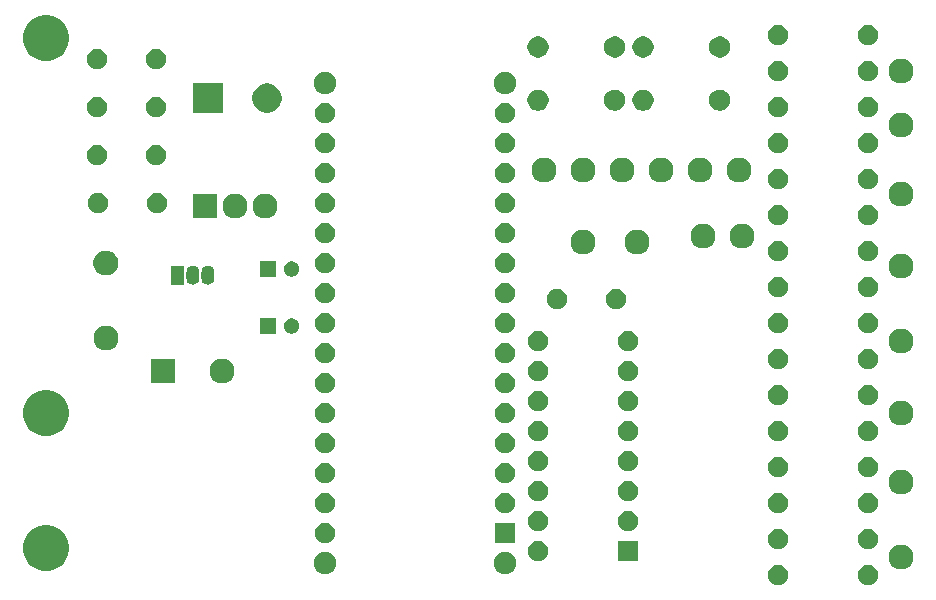
<source format=gbr>
G04 #@! TF.GenerationSoftware,KiCad,Pcbnew,(5.1.5)-3*
G04 #@! TF.CreationDate,2020-06-28T21:32:05-07:00*
G04 #@! TF.ProjectId,LED_MATRIX,4c45445f-4d41-4545-9249-582e6b696361,V01*
G04 #@! TF.SameCoordinates,Original*
G04 #@! TF.FileFunction,Soldermask,Top*
G04 #@! TF.FilePolarity,Negative*
%FSLAX46Y46*%
G04 Gerber Fmt 4.6, Leading zero omitted, Abs format (unit mm)*
G04 Created by KiCad (PCBNEW (5.1.5)-3) date 2020-06-28 21:32:05*
%MOMM*%
%LPD*%
G04 APERTURE LIST*
%ADD10C,0.100000*%
G04 APERTURE END LIST*
D10*
G36*
X126232169Y-105099895D02*
G01*
X126387005Y-105164031D01*
X126526354Y-105257140D01*
X126644860Y-105375646D01*
X126737969Y-105514995D01*
X126802105Y-105669831D01*
X126834800Y-105834203D01*
X126834800Y-106001797D01*
X126802105Y-106166169D01*
X126737969Y-106321005D01*
X126644860Y-106460354D01*
X126526354Y-106578860D01*
X126387005Y-106671969D01*
X126232169Y-106736105D01*
X126067797Y-106768800D01*
X125900203Y-106768800D01*
X125735831Y-106736105D01*
X125580995Y-106671969D01*
X125441646Y-106578860D01*
X125323140Y-106460354D01*
X125230031Y-106321005D01*
X125165895Y-106166169D01*
X125133200Y-106001797D01*
X125133200Y-105834203D01*
X125165895Y-105669831D01*
X125230031Y-105514995D01*
X125323140Y-105375646D01*
X125441646Y-105257140D01*
X125580995Y-105164031D01*
X125735831Y-105099895D01*
X125900203Y-105067200D01*
X126067797Y-105067200D01*
X126232169Y-105099895D01*
G37*
G36*
X118612169Y-105099895D02*
G01*
X118767005Y-105164031D01*
X118906354Y-105257140D01*
X119024860Y-105375646D01*
X119117969Y-105514995D01*
X119182105Y-105669831D01*
X119214800Y-105834203D01*
X119214800Y-106001797D01*
X119182105Y-106166169D01*
X119117969Y-106321005D01*
X119024860Y-106460354D01*
X118906354Y-106578860D01*
X118767005Y-106671969D01*
X118612169Y-106736105D01*
X118447797Y-106768800D01*
X118280203Y-106768800D01*
X118115831Y-106736105D01*
X117960995Y-106671969D01*
X117821646Y-106578860D01*
X117703140Y-106460354D01*
X117610031Y-106321005D01*
X117545895Y-106166169D01*
X117513200Y-106001797D01*
X117513200Y-105834203D01*
X117545895Y-105669831D01*
X117610031Y-105514995D01*
X117703140Y-105375646D01*
X117821646Y-105257140D01*
X117960995Y-105164031D01*
X118115831Y-105099895D01*
X118280203Y-105067200D01*
X118447797Y-105067200D01*
X118612169Y-105099895D01*
G37*
G36*
X80284422Y-103997355D02*
G01*
X80455636Y-104068273D01*
X80609727Y-104171234D01*
X80740766Y-104302273D01*
X80843727Y-104456364D01*
X80914645Y-104627578D01*
X80950800Y-104809339D01*
X80950800Y-104994661D01*
X80914645Y-105176422D01*
X80843727Y-105347636D01*
X80740766Y-105501727D01*
X80609727Y-105632766D01*
X80455636Y-105735727D01*
X80284422Y-105806645D01*
X80102661Y-105842800D01*
X79917339Y-105842800D01*
X79735578Y-105806645D01*
X79564364Y-105735727D01*
X79410273Y-105632766D01*
X79279234Y-105501727D01*
X79176273Y-105347636D01*
X79105355Y-105176422D01*
X79069200Y-104994661D01*
X79069200Y-104809339D01*
X79105355Y-104627578D01*
X79176273Y-104456364D01*
X79279234Y-104302273D01*
X79410273Y-104171234D01*
X79564364Y-104068273D01*
X79735578Y-103997355D01*
X79917339Y-103961200D01*
X80102661Y-103961200D01*
X80284422Y-103997355D01*
G37*
G36*
X95524422Y-103997355D02*
G01*
X95695636Y-104068273D01*
X95849727Y-104171234D01*
X95980766Y-104302273D01*
X96083727Y-104456364D01*
X96154645Y-104627578D01*
X96190800Y-104809339D01*
X96190800Y-104994661D01*
X96154645Y-105176422D01*
X96083727Y-105347636D01*
X95980766Y-105501727D01*
X95849727Y-105632766D01*
X95695636Y-105735727D01*
X95524422Y-105806645D01*
X95342661Y-105842800D01*
X95157339Y-105842800D01*
X94975578Y-105806645D01*
X94804364Y-105735727D01*
X94650273Y-105632766D01*
X94519234Y-105501727D01*
X94416273Y-105347636D01*
X94345355Y-105176422D01*
X94309200Y-104994661D01*
X94309200Y-104809339D01*
X94345355Y-104627578D01*
X94416273Y-104456364D01*
X94519234Y-104302273D01*
X94650273Y-104171234D01*
X94804364Y-104068273D01*
X94975578Y-103997355D01*
X95157339Y-103961200D01*
X95342661Y-103961200D01*
X95524422Y-103997355D01*
G37*
G36*
X56957028Y-101756168D02*
G01*
X57312051Y-101903223D01*
X57631564Y-102116715D01*
X57903285Y-102388436D01*
X58116777Y-102707949D01*
X58263832Y-103062972D01*
X58338800Y-103439863D01*
X58338800Y-103824137D01*
X58263832Y-104201028D01*
X58116777Y-104556051D01*
X57903285Y-104875564D01*
X57631564Y-105147285D01*
X57312051Y-105360777D01*
X56957028Y-105507832D01*
X56580137Y-105582800D01*
X56195863Y-105582800D01*
X55818972Y-105507832D01*
X55463949Y-105360777D01*
X55144436Y-105147285D01*
X54872715Y-104875564D01*
X54659223Y-104556051D01*
X54512168Y-104201028D01*
X54437200Y-103824137D01*
X54437200Y-103439863D01*
X54512168Y-103062972D01*
X54659223Y-102707949D01*
X54872715Y-102388436D01*
X55144436Y-102116715D01*
X55463949Y-101903223D01*
X55818972Y-101756168D01*
X56195863Y-101681200D01*
X56580137Y-101681200D01*
X56957028Y-101756168D01*
G37*
G36*
X129084508Y-103383582D02*
G01*
X129275741Y-103462793D01*
X129447847Y-103577791D01*
X129594209Y-103724153D01*
X129709207Y-103896259D01*
X129788418Y-104087492D01*
X129828800Y-104290505D01*
X129828800Y-104497495D01*
X129788418Y-104700508D01*
X129709207Y-104891741D01*
X129594209Y-105063847D01*
X129447847Y-105210209D01*
X129275741Y-105325207D01*
X129084508Y-105404418D01*
X128881495Y-105444800D01*
X128674505Y-105444800D01*
X128471492Y-105404418D01*
X128280259Y-105325207D01*
X128108153Y-105210209D01*
X127961791Y-105063847D01*
X127846793Y-104891741D01*
X127767582Y-104700508D01*
X127727200Y-104497495D01*
X127727200Y-104290505D01*
X127767582Y-104087492D01*
X127846793Y-103896259D01*
X127961791Y-103724153D01*
X128108153Y-103577791D01*
X128280259Y-103462793D01*
X128471492Y-103383582D01*
X128674505Y-103343200D01*
X128881495Y-103343200D01*
X129084508Y-103383582D01*
G37*
G36*
X98292169Y-103067895D02*
G01*
X98447005Y-103132031D01*
X98586354Y-103225140D01*
X98704860Y-103343646D01*
X98797969Y-103482995D01*
X98862105Y-103637831D01*
X98894800Y-103802203D01*
X98894800Y-103969797D01*
X98862105Y-104134169D01*
X98797969Y-104289005D01*
X98704860Y-104428354D01*
X98586354Y-104546860D01*
X98447005Y-104639969D01*
X98292169Y-104704105D01*
X98127797Y-104736800D01*
X97960203Y-104736800D01*
X97795831Y-104704105D01*
X97640995Y-104639969D01*
X97501646Y-104546860D01*
X97383140Y-104428354D01*
X97290031Y-104289005D01*
X97225895Y-104134169D01*
X97193200Y-103969797D01*
X97193200Y-103802203D01*
X97225895Y-103637831D01*
X97290031Y-103482995D01*
X97383140Y-103343646D01*
X97501646Y-103225140D01*
X97640995Y-103132031D01*
X97795831Y-103067895D01*
X97960203Y-103035200D01*
X98127797Y-103035200D01*
X98292169Y-103067895D01*
G37*
G36*
X106514800Y-104736800D02*
G01*
X104813200Y-104736800D01*
X104813200Y-103035200D01*
X106514800Y-103035200D01*
X106514800Y-104736800D01*
G37*
G36*
X126232169Y-102051895D02*
G01*
X126387005Y-102116031D01*
X126526354Y-102209140D01*
X126644860Y-102327646D01*
X126737969Y-102466995D01*
X126802105Y-102621831D01*
X126834800Y-102786203D01*
X126834800Y-102953797D01*
X126802105Y-103118169D01*
X126737969Y-103273005D01*
X126644860Y-103412354D01*
X126526354Y-103530860D01*
X126387005Y-103623969D01*
X126232169Y-103688105D01*
X126067797Y-103720800D01*
X125900203Y-103720800D01*
X125735831Y-103688105D01*
X125580995Y-103623969D01*
X125441646Y-103530860D01*
X125323140Y-103412354D01*
X125230031Y-103273005D01*
X125165895Y-103118169D01*
X125133200Y-102953797D01*
X125133200Y-102786203D01*
X125165895Y-102621831D01*
X125230031Y-102466995D01*
X125323140Y-102327646D01*
X125441646Y-102209140D01*
X125580995Y-102116031D01*
X125735831Y-102051895D01*
X125900203Y-102019200D01*
X126067797Y-102019200D01*
X126232169Y-102051895D01*
G37*
G36*
X118612169Y-102051895D02*
G01*
X118767005Y-102116031D01*
X118906354Y-102209140D01*
X119024860Y-102327646D01*
X119117969Y-102466995D01*
X119182105Y-102621831D01*
X119214800Y-102786203D01*
X119214800Y-102953797D01*
X119182105Y-103118169D01*
X119117969Y-103273005D01*
X119024860Y-103412354D01*
X118906354Y-103530860D01*
X118767005Y-103623969D01*
X118612169Y-103688105D01*
X118447797Y-103720800D01*
X118280203Y-103720800D01*
X118115831Y-103688105D01*
X117960995Y-103623969D01*
X117821646Y-103530860D01*
X117703140Y-103412354D01*
X117610031Y-103273005D01*
X117545895Y-103118169D01*
X117513200Y-102953797D01*
X117513200Y-102786203D01*
X117545895Y-102621831D01*
X117610031Y-102466995D01*
X117703140Y-102327646D01*
X117821646Y-102209140D01*
X117960995Y-102116031D01*
X118115831Y-102051895D01*
X118280203Y-102019200D01*
X118447797Y-102019200D01*
X118612169Y-102051895D01*
G37*
G36*
X96100800Y-103212800D02*
G01*
X94399200Y-103212800D01*
X94399200Y-101511200D01*
X96100800Y-101511200D01*
X96100800Y-103212800D01*
G37*
G36*
X80258169Y-101543895D02*
G01*
X80413005Y-101608031D01*
X80552354Y-101701140D01*
X80670860Y-101819646D01*
X80763969Y-101958995D01*
X80828105Y-102113831D01*
X80860800Y-102278203D01*
X80860800Y-102445797D01*
X80828105Y-102610169D01*
X80763969Y-102765005D01*
X80670860Y-102904354D01*
X80552354Y-103022860D01*
X80413005Y-103115969D01*
X80258169Y-103180105D01*
X80093797Y-103212800D01*
X79926203Y-103212800D01*
X79761831Y-103180105D01*
X79606995Y-103115969D01*
X79467646Y-103022860D01*
X79349140Y-102904354D01*
X79256031Y-102765005D01*
X79191895Y-102610169D01*
X79159200Y-102445797D01*
X79159200Y-102278203D01*
X79191895Y-102113831D01*
X79256031Y-101958995D01*
X79349140Y-101819646D01*
X79467646Y-101701140D01*
X79606995Y-101608031D01*
X79761831Y-101543895D01*
X79926203Y-101511200D01*
X80093797Y-101511200D01*
X80258169Y-101543895D01*
G37*
G36*
X98292169Y-100527895D02*
G01*
X98447005Y-100592031D01*
X98586354Y-100685140D01*
X98704860Y-100803646D01*
X98797969Y-100942995D01*
X98862105Y-101097831D01*
X98894800Y-101262203D01*
X98894800Y-101429797D01*
X98862105Y-101594169D01*
X98797969Y-101749005D01*
X98704860Y-101888354D01*
X98586354Y-102006860D01*
X98447005Y-102099969D01*
X98292169Y-102164105D01*
X98127797Y-102196800D01*
X97960203Y-102196800D01*
X97795831Y-102164105D01*
X97640995Y-102099969D01*
X97501646Y-102006860D01*
X97383140Y-101888354D01*
X97290031Y-101749005D01*
X97225895Y-101594169D01*
X97193200Y-101429797D01*
X97193200Y-101262203D01*
X97225895Y-101097831D01*
X97290031Y-100942995D01*
X97383140Y-100803646D01*
X97501646Y-100685140D01*
X97640995Y-100592031D01*
X97795831Y-100527895D01*
X97960203Y-100495200D01*
X98127797Y-100495200D01*
X98292169Y-100527895D01*
G37*
G36*
X105912169Y-100527895D02*
G01*
X106067005Y-100592031D01*
X106206354Y-100685140D01*
X106324860Y-100803646D01*
X106417969Y-100942995D01*
X106482105Y-101097831D01*
X106514800Y-101262203D01*
X106514800Y-101429797D01*
X106482105Y-101594169D01*
X106417969Y-101749005D01*
X106324860Y-101888354D01*
X106206354Y-102006860D01*
X106067005Y-102099969D01*
X105912169Y-102164105D01*
X105747797Y-102196800D01*
X105580203Y-102196800D01*
X105415831Y-102164105D01*
X105260995Y-102099969D01*
X105121646Y-102006860D01*
X105003140Y-101888354D01*
X104910031Y-101749005D01*
X104845895Y-101594169D01*
X104813200Y-101429797D01*
X104813200Y-101262203D01*
X104845895Y-101097831D01*
X104910031Y-100942995D01*
X105003140Y-100803646D01*
X105121646Y-100685140D01*
X105260995Y-100592031D01*
X105415831Y-100527895D01*
X105580203Y-100495200D01*
X105747797Y-100495200D01*
X105912169Y-100527895D01*
G37*
G36*
X80258169Y-99003895D02*
G01*
X80413005Y-99068031D01*
X80552354Y-99161140D01*
X80670860Y-99279646D01*
X80763969Y-99418995D01*
X80828105Y-99573831D01*
X80860800Y-99738203D01*
X80860800Y-99905797D01*
X80828105Y-100070169D01*
X80763969Y-100225005D01*
X80670860Y-100364354D01*
X80552354Y-100482860D01*
X80413005Y-100575969D01*
X80258169Y-100640105D01*
X80093797Y-100672800D01*
X79926203Y-100672800D01*
X79761831Y-100640105D01*
X79606995Y-100575969D01*
X79467646Y-100482860D01*
X79349140Y-100364354D01*
X79256031Y-100225005D01*
X79191895Y-100070169D01*
X79159200Y-99905797D01*
X79159200Y-99738203D01*
X79191895Y-99573831D01*
X79256031Y-99418995D01*
X79349140Y-99279646D01*
X79467646Y-99161140D01*
X79606995Y-99068031D01*
X79761831Y-99003895D01*
X79926203Y-98971200D01*
X80093797Y-98971200D01*
X80258169Y-99003895D01*
G37*
G36*
X95498169Y-99003895D02*
G01*
X95653005Y-99068031D01*
X95792354Y-99161140D01*
X95910860Y-99279646D01*
X96003969Y-99418995D01*
X96068105Y-99573831D01*
X96100800Y-99738203D01*
X96100800Y-99905797D01*
X96068105Y-100070169D01*
X96003969Y-100225005D01*
X95910860Y-100364354D01*
X95792354Y-100482860D01*
X95653005Y-100575969D01*
X95498169Y-100640105D01*
X95333797Y-100672800D01*
X95166203Y-100672800D01*
X95001831Y-100640105D01*
X94846995Y-100575969D01*
X94707646Y-100482860D01*
X94589140Y-100364354D01*
X94496031Y-100225005D01*
X94431895Y-100070169D01*
X94399200Y-99905797D01*
X94399200Y-99738203D01*
X94431895Y-99573831D01*
X94496031Y-99418995D01*
X94589140Y-99279646D01*
X94707646Y-99161140D01*
X94846995Y-99068031D01*
X95001831Y-99003895D01*
X95166203Y-98971200D01*
X95333797Y-98971200D01*
X95498169Y-99003895D01*
G37*
G36*
X126232169Y-99003895D02*
G01*
X126387005Y-99068031D01*
X126526354Y-99161140D01*
X126644860Y-99279646D01*
X126737969Y-99418995D01*
X126802105Y-99573831D01*
X126834800Y-99738203D01*
X126834800Y-99905797D01*
X126802105Y-100070169D01*
X126737969Y-100225005D01*
X126644860Y-100364354D01*
X126526354Y-100482860D01*
X126387005Y-100575969D01*
X126232169Y-100640105D01*
X126067797Y-100672800D01*
X125900203Y-100672800D01*
X125735831Y-100640105D01*
X125580995Y-100575969D01*
X125441646Y-100482860D01*
X125323140Y-100364354D01*
X125230031Y-100225005D01*
X125165895Y-100070169D01*
X125133200Y-99905797D01*
X125133200Y-99738203D01*
X125165895Y-99573831D01*
X125230031Y-99418995D01*
X125323140Y-99279646D01*
X125441646Y-99161140D01*
X125580995Y-99068031D01*
X125735831Y-99003895D01*
X125900203Y-98971200D01*
X126067797Y-98971200D01*
X126232169Y-99003895D01*
G37*
G36*
X118612169Y-99003895D02*
G01*
X118767005Y-99068031D01*
X118906354Y-99161140D01*
X119024860Y-99279646D01*
X119117969Y-99418995D01*
X119182105Y-99573831D01*
X119214800Y-99738203D01*
X119214800Y-99905797D01*
X119182105Y-100070169D01*
X119117969Y-100225005D01*
X119024860Y-100364354D01*
X118906354Y-100482860D01*
X118767005Y-100575969D01*
X118612169Y-100640105D01*
X118447797Y-100672800D01*
X118280203Y-100672800D01*
X118115831Y-100640105D01*
X117960995Y-100575969D01*
X117821646Y-100482860D01*
X117703140Y-100364354D01*
X117610031Y-100225005D01*
X117545895Y-100070169D01*
X117513200Y-99905797D01*
X117513200Y-99738203D01*
X117545895Y-99573831D01*
X117610031Y-99418995D01*
X117703140Y-99279646D01*
X117821646Y-99161140D01*
X117960995Y-99068031D01*
X118115831Y-99003895D01*
X118280203Y-98971200D01*
X118447797Y-98971200D01*
X118612169Y-99003895D01*
G37*
G36*
X98292169Y-97987895D02*
G01*
X98447005Y-98052031D01*
X98586354Y-98145140D01*
X98704860Y-98263646D01*
X98797969Y-98402995D01*
X98862105Y-98557831D01*
X98894800Y-98722203D01*
X98894800Y-98889797D01*
X98862105Y-99054169D01*
X98797969Y-99209005D01*
X98704860Y-99348354D01*
X98586354Y-99466860D01*
X98447005Y-99559969D01*
X98292169Y-99624105D01*
X98127797Y-99656800D01*
X97960203Y-99656800D01*
X97795831Y-99624105D01*
X97640995Y-99559969D01*
X97501646Y-99466860D01*
X97383140Y-99348354D01*
X97290031Y-99209005D01*
X97225895Y-99054169D01*
X97193200Y-98889797D01*
X97193200Y-98722203D01*
X97225895Y-98557831D01*
X97290031Y-98402995D01*
X97383140Y-98263646D01*
X97501646Y-98145140D01*
X97640995Y-98052031D01*
X97795831Y-97987895D01*
X97960203Y-97955200D01*
X98127797Y-97955200D01*
X98292169Y-97987895D01*
G37*
G36*
X105912169Y-97987895D02*
G01*
X106067005Y-98052031D01*
X106206354Y-98145140D01*
X106324860Y-98263646D01*
X106417969Y-98402995D01*
X106482105Y-98557831D01*
X106514800Y-98722203D01*
X106514800Y-98889797D01*
X106482105Y-99054169D01*
X106417969Y-99209005D01*
X106324860Y-99348354D01*
X106206354Y-99466860D01*
X106067005Y-99559969D01*
X105912169Y-99624105D01*
X105747797Y-99656800D01*
X105580203Y-99656800D01*
X105415831Y-99624105D01*
X105260995Y-99559969D01*
X105121646Y-99466860D01*
X105003140Y-99348354D01*
X104910031Y-99209005D01*
X104845895Y-99054169D01*
X104813200Y-98889797D01*
X104813200Y-98722203D01*
X104845895Y-98557831D01*
X104910031Y-98402995D01*
X105003140Y-98263646D01*
X105121646Y-98145140D01*
X105260995Y-98052031D01*
X105415831Y-97987895D01*
X105580203Y-97955200D01*
X105747797Y-97955200D01*
X105912169Y-97987895D01*
G37*
G36*
X129084508Y-97033582D02*
G01*
X129275741Y-97112793D01*
X129447847Y-97227791D01*
X129594209Y-97374153D01*
X129709207Y-97546259D01*
X129788418Y-97737492D01*
X129828800Y-97940505D01*
X129828800Y-98147495D01*
X129788418Y-98350508D01*
X129709207Y-98541741D01*
X129594209Y-98713847D01*
X129447847Y-98860209D01*
X129275741Y-98975207D01*
X129084508Y-99054418D01*
X128881495Y-99094800D01*
X128674505Y-99094800D01*
X128471492Y-99054418D01*
X128280259Y-98975207D01*
X128108153Y-98860209D01*
X127961791Y-98713847D01*
X127846793Y-98541741D01*
X127767582Y-98350508D01*
X127727200Y-98147495D01*
X127727200Y-97940505D01*
X127767582Y-97737492D01*
X127846793Y-97546259D01*
X127961791Y-97374153D01*
X128108153Y-97227791D01*
X128280259Y-97112793D01*
X128471492Y-97033582D01*
X128674505Y-96993200D01*
X128881495Y-96993200D01*
X129084508Y-97033582D01*
G37*
G36*
X80258169Y-96463895D02*
G01*
X80413005Y-96528031D01*
X80552354Y-96621140D01*
X80670860Y-96739646D01*
X80763969Y-96878995D01*
X80828105Y-97033831D01*
X80860800Y-97198203D01*
X80860800Y-97365797D01*
X80828105Y-97530169D01*
X80763969Y-97685005D01*
X80670860Y-97824354D01*
X80552354Y-97942860D01*
X80413005Y-98035969D01*
X80258169Y-98100105D01*
X80093797Y-98132800D01*
X79926203Y-98132800D01*
X79761831Y-98100105D01*
X79606995Y-98035969D01*
X79467646Y-97942860D01*
X79349140Y-97824354D01*
X79256031Y-97685005D01*
X79191895Y-97530169D01*
X79159200Y-97365797D01*
X79159200Y-97198203D01*
X79191895Y-97033831D01*
X79256031Y-96878995D01*
X79349140Y-96739646D01*
X79467646Y-96621140D01*
X79606995Y-96528031D01*
X79761831Y-96463895D01*
X79926203Y-96431200D01*
X80093797Y-96431200D01*
X80258169Y-96463895D01*
G37*
G36*
X95498169Y-96463895D02*
G01*
X95653005Y-96528031D01*
X95792354Y-96621140D01*
X95910860Y-96739646D01*
X96003969Y-96878995D01*
X96068105Y-97033831D01*
X96100800Y-97198203D01*
X96100800Y-97365797D01*
X96068105Y-97530169D01*
X96003969Y-97685005D01*
X95910860Y-97824354D01*
X95792354Y-97942860D01*
X95653005Y-98035969D01*
X95498169Y-98100105D01*
X95333797Y-98132800D01*
X95166203Y-98132800D01*
X95001831Y-98100105D01*
X94846995Y-98035969D01*
X94707646Y-97942860D01*
X94589140Y-97824354D01*
X94496031Y-97685005D01*
X94431895Y-97530169D01*
X94399200Y-97365797D01*
X94399200Y-97198203D01*
X94431895Y-97033831D01*
X94496031Y-96878995D01*
X94589140Y-96739646D01*
X94707646Y-96621140D01*
X94846995Y-96528031D01*
X95001831Y-96463895D01*
X95166203Y-96431200D01*
X95333797Y-96431200D01*
X95498169Y-96463895D01*
G37*
G36*
X118612169Y-95955895D02*
G01*
X118767005Y-96020031D01*
X118906354Y-96113140D01*
X119024860Y-96231646D01*
X119117969Y-96370995D01*
X119182105Y-96525831D01*
X119214800Y-96690203D01*
X119214800Y-96857797D01*
X119182105Y-97022169D01*
X119117969Y-97177005D01*
X119024860Y-97316354D01*
X118906354Y-97434860D01*
X118767005Y-97527969D01*
X118612169Y-97592105D01*
X118447797Y-97624800D01*
X118280203Y-97624800D01*
X118115831Y-97592105D01*
X117960995Y-97527969D01*
X117821646Y-97434860D01*
X117703140Y-97316354D01*
X117610031Y-97177005D01*
X117545895Y-97022169D01*
X117513200Y-96857797D01*
X117513200Y-96690203D01*
X117545895Y-96525831D01*
X117610031Y-96370995D01*
X117703140Y-96231646D01*
X117821646Y-96113140D01*
X117960995Y-96020031D01*
X118115831Y-95955895D01*
X118280203Y-95923200D01*
X118447797Y-95923200D01*
X118612169Y-95955895D01*
G37*
G36*
X126232169Y-95955895D02*
G01*
X126387005Y-96020031D01*
X126526354Y-96113140D01*
X126644860Y-96231646D01*
X126737969Y-96370995D01*
X126802105Y-96525831D01*
X126834800Y-96690203D01*
X126834800Y-96857797D01*
X126802105Y-97022169D01*
X126737969Y-97177005D01*
X126644860Y-97316354D01*
X126526354Y-97434860D01*
X126387005Y-97527969D01*
X126232169Y-97592105D01*
X126067797Y-97624800D01*
X125900203Y-97624800D01*
X125735831Y-97592105D01*
X125580995Y-97527969D01*
X125441646Y-97434860D01*
X125323140Y-97316354D01*
X125230031Y-97177005D01*
X125165895Y-97022169D01*
X125133200Y-96857797D01*
X125133200Y-96690203D01*
X125165895Y-96525831D01*
X125230031Y-96370995D01*
X125323140Y-96231646D01*
X125441646Y-96113140D01*
X125580995Y-96020031D01*
X125735831Y-95955895D01*
X125900203Y-95923200D01*
X126067797Y-95923200D01*
X126232169Y-95955895D01*
G37*
G36*
X98292169Y-95447895D02*
G01*
X98447005Y-95512031D01*
X98586354Y-95605140D01*
X98704860Y-95723646D01*
X98797969Y-95862995D01*
X98862105Y-96017831D01*
X98894800Y-96182203D01*
X98894800Y-96349797D01*
X98862105Y-96514169D01*
X98797969Y-96669005D01*
X98704860Y-96808354D01*
X98586354Y-96926860D01*
X98447005Y-97019969D01*
X98292169Y-97084105D01*
X98127797Y-97116800D01*
X97960203Y-97116800D01*
X97795831Y-97084105D01*
X97640995Y-97019969D01*
X97501646Y-96926860D01*
X97383140Y-96808354D01*
X97290031Y-96669005D01*
X97225895Y-96514169D01*
X97193200Y-96349797D01*
X97193200Y-96182203D01*
X97225895Y-96017831D01*
X97290031Y-95862995D01*
X97383140Y-95723646D01*
X97501646Y-95605140D01*
X97640995Y-95512031D01*
X97795831Y-95447895D01*
X97960203Y-95415200D01*
X98127797Y-95415200D01*
X98292169Y-95447895D01*
G37*
G36*
X105912169Y-95447895D02*
G01*
X106067005Y-95512031D01*
X106206354Y-95605140D01*
X106324860Y-95723646D01*
X106417969Y-95862995D01*
X106482105Y-96017831D01*
X106514800Y-96182203D01*
X106514800Y-96349797D01*
X106482105Y-96514169D01*
X106417969Y-96669005D01*
X106324860Y-96808354D01*
X106206354Y-96926860D01*
X106067005Y-97019969D01*
X105912169Y-97084105D01*
X105747797Y-97116800D01*
X105580203Y-97116800D01*
X105415831Y-97084105D01*
X105260995Y-97019969D01*
X105121646Y-96926860D01*
X105003140Y-96808354D01*
X104910031Y-96669005D01*
X104845895Y-96514169D01*
X104813200Y-96349797D01*
X104813200Y-96182203D01*
X104845895Y-96017831D01*
X104910031Y-95862995D01*
X105003140Y-95723646D01*
X105121646Y-95605140D01*
X105260995Y-95512031D01*
X105415831Y-95447895D01*
X105580203Y-95415200D01*
X105747797Y-95415200D01*
X105912169Y-95447895D01*
G37*
G36*
X80258169Y-93923895D02*
G01*
X80413005Y-93988031D01*
X80552354Y-94081140D01*
X80670860Y-94199646D01*
X80763969Y-94338995D01*
X80828105Y-94493831D01*
X80860800Y-94658203D01*
X80860800Y-94825797D01*
X80828105Y-94990169D01*
X80763969Y-95145005D01*
X80670860Y-95284354D01*
X80552354Y-95402860D01*
X80413005Y-95495969D01*
X80258169Y-95560105D01*
X80093797Y-95592800D01*
X79926203Y-95592800D01*
X79761831Y-95560105D01*
X79606995Y-95495969D01*
X79467646Y-95402860D01*
X79349140Y-95284354D01*
X79256031Y-95145005D01*
X79191895Y-94990169D01*
X79159200Y-94825797D01*
X79159200Y-94658203D01*
X79191895Y-94493831D01*
X79256031Y-94338995D01*
X79349140Y-94199646D01*
X79467646Y-94081140D01*
X79606995Y-93988031D01*
X79761831Y-93923895D01*
X79926203Y-93891200D01*
X80093797Y-93891200D01*
X80258169Y-93923895D01*
G37*
G36*
X95498169Y-93923895D02*
G01*
X95653005Y-93988031D01*
X95792354Y-94081140D01*
X95910860Y-94199646D01*
X96003969Y-94338995D01*
X96068105Y-94493831D01*
X96100800Y-94658203D01*
X96100800Y-94825797D01*
X96068105Y-94990169D01*
X96003969Y-95145005D01*
X95910860Y-95284354D01*
X95792354Y-95402860D01*
X95653005Y-95495969D01*
X95498169Y-95560105D01*
X95333797Y-95592800D01*
X95166203Y-95592800D01*
X95001831Y-95560105D01*
X94846995Y-95495969D01*
X94707646Y-95402860D01*
X94589140Y-95284354D01*
X94496031Y-95145005D01*
X94431895Y-94990169D01*
X94399200Y-94825797D01*
X94399200Y-94658203D01*
X94431895Y-94493831D01*
X94496031Y-94338995D01*
X94589140Y-94199646D01*
X94707646Y-94081140D01*
X94846995Y-93988031D01*
X95001831Y-93923895D01*
X95166203Y-93891200D01*
X95333797Y-93891200D01*
X95498169Y-93923895D01*
G37*
G36*
X98292169Y-92907895D02*
G01*
X98447005Y-92972031D01*
X98586354Y-93065140D01*
X98704860Y-93183646D01*
X98797969Y-93322995D01*
X98862105Y-93477831D01*
X98894800Y-93642203D01*
X98894800Y-93809797D01*
X98862105Y-93974169D01*
X98797969Y-94129005D01*
X98704860Y-94268354D01*
X98586354Y-94386860D01*
X98447005Y-94479969D01*
X98292169Y-94544105D01*
X98127797Y-94576800D01*
X97960203Y-94576800D01*
X97795831Y-94544105D01*
X97640995Y-94479969D01*
X97501646Y-94386860D01*
X97383140Y-94268354D01*
X97290031Y-94129005D01*
X97225895Y-93974169D01*
X97193200Y-93809797D01*
X97193200Y-93642203D01*
X97225895Y-93477831D01*
X97290031Y-93322995D01*
X97383140Y-93183646D01*
X97501646Y-93065140D01*
X97640995Y-92972031D01*
X97795831Y-92907895D01*
X97960203Y-92875200D01*
X98127797Y-92875200D01*
X98292169Y-92907895D01*
G37*
G36*
X105912169Y-92907895D02*
G01*
X106067005Y-92972031D01*
X106206354Y-93065140D01*
X106324860Y-93183646D01*
X106417969Y-93322995D01*
X106482105Y-93477831D01*
X106514800Y-93642203D01*
X106514800Y-93809797D01*
X106482105Y-93974169D01*
X106417969Y-94129005D01*
X106324860Y-94268354D01*
X106206354Y-94386860D01*
X106067005Y-94479969D01*
X105912169Y-94544105D01*
X105747797Y-94576800D01*
X105580203Y-94576800D01*
X105415831Y-94544105D01*
X105260995Y-94479969D01*
X105121646Y-94386860D01*
X105003140Y-94268354D01*
X104910031Y-94129005D01*
X104845895Y-93974169D01*
X104813200Y-93809797D01*
X104813200Y-93642203D01*
X104845895Y-93477831D01*
X104910031Y-93322995D01*
X105003140Y-93183646D01*
X105121646Y-93065140D01*
X105260995Y-92972031D01*
X105415831Y-92907895D01*
X105580203Y-92875200D01*
X105747797Y-92875200D01*
X105912169Y-92907895D01*
G37*
G36*
X118612169Y-92907895D02*
G01*
X118767005Y-92972031D01*
X118906354Y-93065140D01*
X119024860Y-93183646D01*
X119117969Y-93322995D01*
X119182105Y-93477831D01*
X119214800Y-93642203D01*
X119214800Y-93809797D01*
X119182105Y-93974169D01*
X119117969Y-94129005D01*
X119024860Y-94268354D01*
X118906354Y-94386860D01*
X118767005Y-94479969D01*
X118612169Y-94544105D01*
X118447797Y-94576800D01*
X118280203Y-94576800D01*
X118115831Y-94544105D01*
X117960995Y-94479969D01*
X117821646Y-94386860D01*
X117703140Y-94268354D01*
X117610031Y-94129005D01*
X117545895Y-93974169D01*
X117513200Y-93809797D01*
X117513200Y-93642203D01*
X117545895Y-93477831D01*
X117610031Y-93322995D01*
X117703140Y-93183646D01*
X117821646Y-93065140D01*
X117960995Y-92972031D01*
X118115831Y-92907895D01*
X118280203Y-92875200D01*
X118447797Y-92875200D01*
X118612169Y-92907895D01*
G37*
G36*
X126232169Y-92907895D02*
G01*
X126387005Y-92972031D01*
X126526354Y-93065140D01*
X126644860Y-93183646D01*
X126737969Y-93322995D01*
X126802105Y-93477831D01*
X126834800Y-93642203D01*
X126834800Y-93809797D01*
X126802105Y-93974169D01*
X126737969Y-94129005D01*
X126644860Y-94268354D01*
X126526354Y-94386860D01*
X126387005Y-94479969D01*
X126232169Y-94544105D01*
X126067797Y-94576800D01*
X125900203Y-94576800D01*
X125735831Y-94544105D01*
X125580995Y-94479969D01*
X125441646Y-94386860D01*
X125323140Y-94268354D01*
X125230031Y-94129005D01*
X125165895Y-93974169D01*
X125133200Y-93809797D01*
X125133200Y-93642203D01*
X125165895Y-93477831D01*
X125230031Y-93322995D01*
X125323140Y-93183646D01*
X125441646Y-93065140D01*
X125580995Y-92972031D01*
X125735831Y-92907895D01*
X125900203Y-92875200D01*
X126067797Y-92875200D01*
X126232169Y-92907895D01*
G37*
G36*
X56957028Y-90326168D02*
G01*
X57312051Y-90473223D01*
X57631564Y-90686715D01*
X57903285Y-90958436D01*
X58116777Y-91277949D01*
X58263832Y-91632972D01*
X58338800Y-92009863D01*
X58338800Y-92394137D01*
X58263832Y-92771028D01*
X58116777Y-93126051D01*
X57903285Y-93445564D01*
X57631564Y-93717285D01*
X57312051Y-93930777D01*
X56957028Y-94077832D01*
X56580137Y-94152800D01*
X56195863Y-94152800D01*
X55818972Y-94077832D01*
X55463949Y-93930777D01*
X55144436Y-93717285D01*
X54872715Y-93445564D01*
X54659223Y-93126051D01*
X54512168Y-92771028D01*
X54437200Y-92394137D01*
X54437200Y-92009863D01*
X54512168Y-91632972D01*
X54659223Y-91277949D01*
X54872715Y-90958436D01*
X55144436Y-90686715D01*
X55463949Y-90473223D01*
X55818972Y-90326168D01*
X56195863Y-90251200D01*
X56580137Y-90251200D01*
X56957028Y-90326168D01*
G37*
G36*
X129084508Y-91191582D02*
G01*
X129275741Y-91270793D01*
X129447847Y-91385791D01*
X129594209Y-91532153D01*
X129709207Y-91704259D01*
X129788418Y-91895492D01*
X129828800Y-92098505D01*
X129828800Y-92305495D01*
X129788418Y-92508508D01*
X129709207Y-92699741D01*
X129594209Y-92871847D01*
X129447847Y-93018209D01*
X129275741Y-93133207D01*
X129084508Y-93212418D01*
X128881495Y-93252800D01*
X128674505Y-93252800D01*
X128471492Y-93212418D01*
X128280259Y-93133207D01*
X128108153Y-93018209D01*
X127961791Y-92871847D01*
X127846793Y-92699741D01*
X127767582Y-92508508D01*
X127727200Y-92305495D01*
X127727200Y-92098505D01*
X127767582Y-91895492D01*
X127846793Y-91704259D01*
X127961791Y-91532153D01*
X128108153Y-91385791D01*
X128280259Y-91270793D01*
X128471492Y-91191582D01*
X128674505Y-91151200D01*
X128881495Y-91151200D01*
X129084508Y-91191582D01*
G37*
G36*
X95498169Y-91383895D02*
G01*
X95653005Y-91448031D01*
X95792354Y-91541140D01*
X95910860Y-91659646D01*
X96003969Y-91798995D01*
X96068105Y-91953831D01*
X96100800Y-92118203D01*
X96100800Y-92285797D01*
X96068105Y-92450169D01*
X96003969Y-92605005D01*
X95910860Y-92744354D01*
X95792354Y-92862860D01*
X95653005Y-92955969D01*
X95498169Y-93020105D01*
X95333797Y-93052800D01*
X95166203Y-93052800D01*
X95001831Y-93020105D01*
X94846995Y-92955969D01*
X94707646Y-92862860D01*
X94589140Y-92744354D01*
X94496031Y-92605005D01*
X94431895Y-92450169D01*
X94399200Y-92285797D01*
X94399200Y-92118203D01*
X94431895Y-91953831D01*
X94496031Y-91798995D01*
X94589140Y-91659646D01*
X94707646Y-91541140D01*
X94846995Y-91448031D01*
X95001831Y-91383895D01*
X95166203Y-91351200D01*
X95333797Y-91351200D01*
X95498169Y-91383895D01*
G37*
G36*
X80258169Y-91383895D02*
G01*
X80413005Y-91448031D01*
X80552354Y-91541140D01*
X80670860Y-91659646D01*
X80763969Y-91798995D01*
X80828105Y-91953831D01*
X80860800Y-92118203D01*
X80860800Y-92285797D01*
X80828105Y-92450169D01*
X80763969Y-92605005D01*
X80670860Y-92744354D01*
X80552354Y-92862860D01*
X80413005Y-92955969D01*
X80258169Y-93020105D01*
X80093797Y-93052800D01*
X79926203Y-93052800D01*
X79761831Y-93020105D01*
X79606995Y-92955969D01*
X79467646Y-92862860D01*
X79349140Y-92744354D01*
X79256031Y-92605005D01*
X79191895Y-92450169D01*
X79159200Y-92285797D01*
X79159200Y-92118203D01*
X79191895Y-91953831D01*
X79256031Y-91798995D01*
X79349140Y-91659646D01*
X79467646Y-91541140D01*
X79606995Y-91448031D01*
X79761831Y-91383895D01*
X79926203Y-91351200D01*
X80093797Y-91351200D01*
X80258169Y-91383895D01*
G37*
G36*
X105912169Y-90367895D02*
G01*
X106067005Y-90432031D01*
X106206354Y-90525140D01*
X106324860Y-90643646D01*
X106417969Y-90782995D01*
X106482105Y-90937831D01*
X106514800Y-91102203D01*
X106514800Y-91269797D01*
X106482105Y-91434169D01*
X106417969Y-91589005D01*
X106324860Y-91728354D01*
X106206354Y-91846860D01*
X106067005Y-91939969D01*
X105912169Y-92004105D01*
X105747797Y-92036800D01*
X105580203Y-92036800D01*
X105415831Y-92004105D01*
X105260995Y-91939969D01*
X105121646Y-91846860D01*
X105003140Y-91728354D01*
X104910031Y-91589005D01*
X104845895Y-91434169D01*
X104813200Y-91269797D01*
X104813200Y-91102203D01*
X104845895Y-90937831D01*
X104910031Y-90782995D01*
X105003140Y-90643646D01*
X105121646Y-90525140D01*
X105260995Y-90432031D01*
X105415831Y-90367895D01*
X105580203Y-90335200D01*
X105747797Y-90335200D01*
X105912169Y-90367895D01*
G37*
G36*
X98292169Y-90367895D02*
G01*
X98447005Y-90432031D01*
X98586354Y-90525140D01*
X98704860Y-90643646D01*
X98797969Y-90782995D01*
X98862105Y-90937831D01*
X98894800Y-91102203D01*
X98894800Y-91269797D01*
X98862105Y-91434169D01*
X98797969Y-91589005D01*
X98704860Y-91728354D01*
X98586354Y-91846860D01*
X98447005Y-91939969D01*
X98292169Y-92004105D01*
X98127797Y-92036800D01*
X97960203Y-92036800D01*
X97795831Y-92004105D01*
X97640995Y-91939969D01*
X97501646Y-91846860D01*
X97383140Y-91728354D01*
X97290031Y-91589005D01*
X97225895Y-91434169D01*
X97193200Y-91269797D01*
X97193200Y-91102203D01*
X97225895Y-90937831D01*
X97290031Y-90782995D01*
X97383140Y-90643646D01*
X97501646Y-90525140D01*
X97640995Y-90432031D01*
X97795831Y-90367895D01*
X97960203Y-90335200D01*
X98127797Y-90335200D01*
X98292169Y-90367895D01*
G37*
G36*
X118612169Y-89859895D02*
G01*
X118767005Y-89924031D01*
X118906354Y-90017140D01*
X119024860Y-90135646D01*
X119117969Y-90274995D01*
X119182105Y-90429831D01*
X119214800Y-90594203D01*
X119214800Y-90761797D01*
X119182105Y-90926169D01*
X119117969Y-91081005D01*
X119024860Y-91220354D01*
X118906354Y-91338860D01*
X118767005Y-91431969D01*
X118612169Y-91496105D01*
X118447797Y-91528800D01*
X118280203Y-91528800D01*
X118115831Y-91496105D01*
X117960995Y-91431969D01*
X117821646Y-91338860D01*
X117703140Y-91220354D01*
X117610031Y-91081005D01*
X117545895Y-90926169D01*
X117513200Y-90761797D01*
X117513200Y-90594203D01*
X117545895Y-90429831D01*
X117610031Y-90274995D01*
X117703140Y-90135646D01*
X117821646Y-90017140D01*
X117960995Y-89924031D01*
X118115831Y-89859895D01*
X118280203Y-89827200D01*
X118447797Y-89827200D01*
X118612169Y-89859895D01*
G37*
G36*
X126232169Y-89859895D02*
G01*
X126387005Y-89924031D01*
X126526354Y-90017140D01*
X126644860Y-90135646D01*
X126737969Y-90274995D01*
X126802105Y-90429831D01*
X126834800Y-90594203D01*
X126834800Y-90761797D01*
X126802105Y-90926169D01*
X126737969Y-91081005D01*
X126644860Y-91220354D01*
X126526354Y-91338860D01*
X126387005Y-91431969D01*
X126232169Y-91496105D01*
X126067797Y-91528800D01*
X125900203Y-91528800D01*
X125735831Y-91496105D01*
X125580995Y-91431969D01*
X125441646Y-91338860D01*
X125323140Y-91220354D01*
X125230031Y-91081005D01*
X125165895Y-90926169D01*
X125133200Y-90761797D01*
X125133200Y-90594203D01*
X125165895Y-90429831D01*
X125230031Y-90274995D01*
X125323140Y-90135646D01*
X125441646Y-90017140D01*
X125580995Y-89924031D01*
X125735831Y-89859895D01*
X125900203Y-89827200D01*
X126067797Y-89827200D01*
X126232169Y-89859895D01*
G37*
G36*
X80258169Y-88843895D02*
G01*
X80413005Y-88908031D01*
X80552354Y-89001140D01*
X80670860Y-89119646D01*
X80763969Y-89258995D01*
X80828105Y-89413831D01*
X80860800Y-89578203D01*
X80860800Y-89745797D01*
X80828105Y-89910169D01*
X80763969Y-90065005D01*
X80670860Y-90204354D01*
X80552354Y-90322860D01*
X80413005Y-90415969D01*
X80258169Y-90480105D01*
X80093797Y-90512800D01*
X79926203Y-90512800D01*
X79761831Y-90480105D01*
X79606995Y-90415969D01*
X79467646Y-90322860D01*
X79349140Y-90204354D01*
X79256031Y-90065005D01*
X79191895Y-89910169D01*
X79159200Y-89745797D01*
X79159200Y-89578203D01*
X79191895Y-89413831D01*
X79256031Y-89258995D01*
X79349140Y-89119646D01*
X79467646Y-89001140D01*
X79606995Y-88908031D01*
X79761831Y-88843895D01*
X79926203Y-88811200D01*
X80093797Y-88811200D01*
X80258169Y-88843895D01*
G37*
G36*
X95498169Y-88843895D02*
G01*
X95653005Y-88908031D01*
X95792354Y-89001140D01*
X95910860Y-89119646D01*
X96003969Y-89258995D01*
X96068105Y-89413831D01*
X96100800Y-89578203D01*
X96100800Y-89745797D01*
X96068105Y-89910169D01*
X96003969Y-90065005D01*
X95910860Y-90204354D01*
X95792354Y-90322860D01*
X95653005Y-90415969D01*
X95498169Y-90480105D01*
X95333797Y-90512800D01*
X95166203Y-90512800D01*
X95001831Y-90480105D01*
X94846995Y-90415969D01*
X94707646Y-90322860D01*
X94589140Y-90204354D01*
X94496031Y-90065005D01*
X94431895Y-89910169D01*
X94399200Y-89745797D01*
X94399200Y-89578203D01*
X94431895Y-89413831D01*
X94496031Y-89258995D01*
X94589140Y-89119646D01*
X94707646Y-89001140D01*
X94846995Y-88908031D01*
X95001831Y-88843895D01*
X95166203Y-88811200D01*
X95333797Y-88811200D01*
X95498169Y-88843895D01*
G37*
G36*
X71600508Y-87635582D02*
G01*
X71791741Y-87714793D01*
X71963847Y-87829791D01*
X72110209Y-87976153D01*
X72225207Y-88148259D01*
X72304418Y-88339492D01*
X72344800Y-88542505D01*
X72344800Y-88749495D01*
X72304418Y-88952508D01*
X72225207Y-89143741D01*
X72110209Y-89315847D01*
X71963847Y-89462209D01*
X71791741Y-89577207D01*
X71600508Y-89656418D01*
X71397495Y-89696800D01*
X71190505Y-89696800D01*
X70987492Y-89656418D01*
X70796259Y-89577207D01*
X70624153Y-89462209D01*
X70477791Y-89315847D01*
X70362793Y-89143741D01*
X70283582Y-88952508D01*
X70243200Y-88749495D01*
X70243200Y-88542505D01*
X70283582Y-88339492D01*
X70362793Y-88148259D01*
X70477791Y-87976153D01*
X70624153Y-87829791D01*
X70796259Y-87714793D01*
X70987492Y-87635582D01*
X71190505Y-87595200D01*
X71397495Y-87595200D01*
X71600508Y-87635582D01*
G37*
G36*
X67344800Y-89696800D02*
G01*
X65243200Y-89696800D01*
X65243200Y-87595200D01*
X67344800Y-87595200D01*
X67344800Y-89696800D01*
G37*
G36*
X98292169Y-87827895D02*
G01*
X98447005Y-87892031D01*
X98586354Y-87985140D01*
X98704860Y-88103646D01*
X98797969Y-88242995D01*
X98862105Y-88397831D01*
X98894800Y-88562203D01*
X98894800Y-88729797D01*
X98862105Y-88894169D01*
X98797969Y-89049005D01*
X98704860Y-89188354D01*
X98586354Y-89306860D01*
X98447005Y-89399969D01*
X98292169Y-89464105D01*
X98127797Y-89496800D01*
X97960203Y-89496800D01*
X97795831Y-89464105D01*
X97640995Y-89399969D01*
X97501646Y-89306860D01*
X97383140Y-89188354D01*
X97290031Y-89049005D01*
X97225895Y-88894169D01*
X97193200Y-88729797D01*
X97193200Y-88562203D01*
X97225895Y-88397831D01*
X97290031Y-88242995D01*
X97383140Y-88103646D01*
X97501646Y-87985140D01*
X97640995Y-87892031D01*
X97795831Y-87827895D01*
X97960203Y-87795200D01*
X98127797Y-87795200D01*
X98292169Y-87827895D01*
G37*
G36*
X105912169Y-87827895D02*
G01*
X106067005Y-87892031D01*
X106206354Y-87985140D01*
X106324860Y-88103646D01*
X106417969Y-88242995D01*
X106482105Y-88397831D01*
X106514800Y-88562203D01*
X106514800Y-88729797D01*
X106482105Y-88894169D01*
X106417969Y-89049005D01*
X106324860Y-89188354D01*
X106206354Y-89306860D01*
X106067005Y-89399969D01*
X105912169Y-89464105D01*
X105747797Y-89496800D01*
X105580203Y-89496800D01*
X105415831Y-89464105D01*
X105260995Y-89399969D01*
X105121646Y-89306860D01*
X105003140Y-89188354D01*
X104910031Y-89049005D01*
X104845895Y-88894169D01*
X104813200Y-88729797D01*
X104813200Y-88562203D01*
X104845895Y-88397831D01*
X104910031Y-88242995D01*
X105003140Y-88103646D01*
X105121646Y-87985140D01*
X105260995Y-87892031D01*
X105415831Y-87827895D01*
X105580203Y-87795200D01*
X105747797Y-87795200D01*
X105912169Y-87827895D01*
G37*
G36*
X118612169Y-86811895D02*
G01*
X118767005Y-86876031D01*
X118906354Y-86969140D01*
X119024860Y-87087646D01*
X119117969Y-87226995D01*
X119182105Y-87381831D01*
X119214800Y-87546203D01*
X119214800Y-87713797D01*
X119182105Y-87878169D01*
X119117969Y-88033005D01*
X119024860Y-88172354D01*
X118906354Y-88290860D01*
X118767005Y-88383969D01*
X118612169Y-88448105D01*
X118447797Y-88480800D01*
X118280203Y-88480800D01*
X118115831Y-88448105D01*
X117960995Y-88383969D01*
X117821646Y-88290860D01*
X117703140Y-88172354D01*
X117610031Y-88033005D01*
X117545895Y-87878169D01*
X117513200Y-87713797D01*
X117513200Y-87546203D01*
X117545895Y-87381831D01*
X117610031Y-87226995D01*
X117703140Y-87087646D01*
X117821646Y-86969140D01*
X117960995Y-86876031D01*
X118115831Y-86811895D01*
X118280203Y-86779200D01*
X118447797Y-86779200D01*
X118612169Y-86811895D01*
G37*
G36*
X126232169Y-86811895D02*
G01*
X126387005Y-86876031D01*
X126526354Y-86969140D01*
X126644860Y-87087646D01*
X126737969Y-87226995D01*
X126802105Y-87381831D01*
X126834800Y-87546203D01*
X126834800Y-87713797D01*
X126802105Y-87878169D01*
X126737969Y-88033005D01*
X126644860Y-88172354D01*
X126526354Y-88290860D01*
X126387005Y-88383969D01*
X126232169Y-88448105D01*
X126067797Y-88480800D01*
X125900203Y-88480800D01*
X125735831Y-88448105D01*
X125580995Y-88383969D01*
X125441646Y-88290860D01*
X125323140Y-88172354D01*
X125230031Y-88033005D01*
X125165895Y-87878169D01*
X125133200Y-87713797D01*
X125133200Y-87546203D01*
X125165895Y-87381831D01*
X125230031Y-87226995D01*
X125323140Y-87087646D01*
X125441646Y-86969140D01*
X125580995Y-86876031D01*
X125735831Y-86811895D01*
X125900203Y-86779200D01*
X126067797Y-86779200D01*
X126232169Y-86811895D01*
G37*
G36*
X80258169Y-86303895D02*
G01*
X80413005Y-86368031D01*
X80552354Y-86461140D01*
X80670860Y-86579646D01*
X80763969Y-86718995D01*
X80828105Y-86873831D01*
X80860800Y-87038203D01*
X80860800Y-87205797D01*
X80828105Y-87370169D01*
X80763969Y-87525005D01*
X80670860Y-87664354D01*
X80552354Y-87782860D01*
X80413005Y-87875969D01*
X80258169Y-87940105D01*
X80093797Y-87972800D01*
X79926203Y-87972800D01*
X79761831Y-87940105D01*
X79606995Y-87875969D01*
X79467646Y-87782860D01*
X79349140Y-87664354D01*
X79256031Y-87525005D01*
X79191895Y-87370169D01*
X79159200Y-87205797D01*
X79159200Y-87038203D01*
X79191895Y-86873831D01*
X79256031Y-86718995D01*
X79349140Y-86579646D01*
X79467646Y-86461140D01*
X79606995Y-86368031D01*
X79761831Y-86303895D01*
X79926203Y-86271200D01*
X80093797Y-86271200D01*
X80258169Y-86303895D01*
G37*
G36*
X95498169Y-86303895D02*
G01*
X95653005Y-86368031D01*
X95792354Y-86461140D01*
X95910860Y-86579646D01*
X96003969Y-86718995D01*
X96068105Y-86873831D01*
X96100800Y-87038203D01*
X96100800Y-87205797D01*
X96068105Y-87370169D01*
X96003969Y-87525005D01*
X95910860Y-87664354D01*
X95792354Y-87782860D01*
X95653005Y-87875969D01*
X95498169Y-87940105D01*
X95333797Y-87972800D01*
X95166203Y-87972800D01*
X95001831Y-87940105D01*
X94846995Y-87875969D01*
X94707646Y-87782860D01*
X94589140Y-87664354D01*
X94496031Y-87525005D01*
X94431895Y-87370169D01*
X94399200Y-87205797D01*
X94399200Y-87038203D01*
X94431895Y-86873831D01*
X94496031Y-86718995D01*
X94589140Y-86579646D01*
X94707646Y-86461140D01*
X94846995Y-86368031D01*
X95001831Y-86303895D01*
X95166203Y-86271200D01*
X95333797Y-86271200D01*
X95498169Y-86303895D01*
G37*
G36*
X129084508Y-85095582D02*
G01*
X129275741Y-85174793D01*
X129447847Y-85289791D01*
X129594209Y-85436153D01*
X129709207Y-85608259D01*
X129788418Y-85799492D01*
X129828800Y-86002505D01*
X129828800Y-86209495D01*
X129788418Y-86412508D01*
X129709207Y-86603741D01*
X129594209Y-86775847D01*
X129447847Y-86922209D01*
X129275741Y-87037207D01*
X129084508Y-87116418D01*
X128881495Y-87156800D01*
X128674505Y-87156800D01*
X128471492Y-87116418D01*
X128280259Y-87037207D01*
X128108153Y-86922209D01*
X127961791Y-86775847D01*
X127846793Y-86603741D01*
X127767582Y-86412508D01*
X127727200Y-86209495D01*
X127727200Y-86002505D01*
X127767582Y-85799492D01*
X127846793Y-85608259D01*
X127961791Y-85436153D01*
X128108153Y-85289791D01*
X128280259Y-85174793D01*
X128471492Y-85095582D01*
X128674505Y-85055200D01*
X128881495Y-85055200D01*
X129084508Y-85095582D01*
G37*
G36*
X98292169Y-85287895D02*
G01*
X98447005Y-85352031D01*
X98586354Y-85445140D01*
X98704860Y-85563646D01*
X98797969Y-85702995D01*
X98862105Y-85857831D01*
X98894800Y-86022203D01*
X98894800Y-86189797D01*
X98862105Y-86354169D01*
X98797969Y-86509005D01*
X98704860Y-86648354D01*
X98586354Y-86766860D01*
X98447005Y-86859969D01*
X98292169Y-86924105D01*
X98127797Y-86956800D01*
X97960203Y-86956800D01*
X97795831Y-86924105D01*
X97640995Y-86859969D01*
X97501646Y-86766860D01*
X97383140Y-86648354D01*
X97290031Y-86509005D01*
X97225895Y-86354169D01*
X97193200Y-86189797D01*
X97193200Y-86022203D01*
X97225895Y-85857831D01*
X97290031Y-85702995D01*
X97383140Y-85563646D01*
X97501646Y-85445140D01*
X97640995Y-85352031D01*
X97795831Y-85287895D01*
X97960203Y-85255200D01*
X98127797Y-85255200D01*
X98292169Y-85287895D01*
G37*
G36*
X105912169Y-85287895D02*
G01*
X106067005Y-85352031D01*
X106206354Y-85445140D01*
X106324860Y-85563646D01*
X106417969Y-85702995D01*
X106482105Y-85857831D01*
X106514800Y-86022203D01*
X106514800Y-86189797D01*
X106482105Y-86354169D01*
X106417969Y-86509005D01*
X106324860Y-86648354D01*
X106206354Y-86766860D01*
X106067005Y-86859969D01*
X105912169Y-86924105D01*
X105747797Y-86956800D01*
X105580203Y-86956800D01*
X105415831Y-86924105D01*
X105260995Y-86859969D01*
X105121646Y-86766860D01*
X105003140Y-86648354D01*
X104910031Y-86509005D01*
X104845895Y-86354169D01*
X104813200Y-86189797D01*
X104813200Y-86022203D01*
X104845895Y-85857831D01*
X104910031Y-85702995D01*
X105003140Y-85563646D01*
X105121646Y-85445140D01*
X105260995Y-85352031D01*
X105415831Y-85287895D01*
X105580203Y-85255200D01*
X105747797Y-85255200D01*
X105912169Y-85287895D01*
G37*
G36*
X61774508Y-84841582D02*
G01*
X61965741Y-84920793D01*
X62137847Y-85035791D01*
X62284209Y-85182153D01*
X62399207Y-85354259D01*
X62478418Y-85545492D01*
X62518800Y-85748505D01*
X62518800Y-85955495D01*
X62478418Y-86158508D01*
X62399207Y-86349741D01*
X62284209Y-86521847D01*
X62137847Y-86668209D01*
X61965741Y-86783207D01*
X61774508Y-86862418D01*
X61571495Y-86902800D01*
X61364505Y-86902800D01*
X61161492Y-86862418D01*
X60970259Y-86783207D01*
X60798153Y-86668209D01*
X60651791Y-86521847D01*
X60536793Y-86349741D01*
X60457582Y-86158508D01*
X60417200Y-85955495D01*
X60417200Y-85748505D01*
X60457582Y-85545492D01*
X60536793Y-85354259D01*
X60651791Y-85182153D01*
X60798153Y-85035791D01*
X60970259Y-84920793D01*
X61161492Y-84841582D01*
X61364505Y-84801200D01*
X61571495Y-84801200D01*
X61774508Y-84841582D01*
G37*
G36*
X77373832Y-84210210D02*
G01*
X77492270Y-84259268D01*
X77598862Y-84330491D01*
X77689509Y-84421138D01*
X77760732Y-84527730D01*
X77809790Y-84646168D01*
X77834800Y-84771902D01*
X77834800Y-84900098D01*
X77809790Y-85025832D01*
X77760732Y-85144270D01*
X77689509Y-85250862D01*
X77598862Y-85341509D01*
X77492270Y-85412732D01*
X77373832Y-85461790D01*
X77248098Y-85486800D01*
X77119902Y-85486800D01*
X76994168Y-85461790D01*
X76875730Y-85412732D01*
X76769138Y-85341509D01*
X76678491Y-85250862D01*
X76607268Y-85144270D01*
X76558210Y-85025832D01*
X76533200Y-84900098D01*
X76533200Y-84771902D01*
X76558210Y-84646168D01*
X76607268Y-84527730D01*
X76678491Y-84421138D01*
X76769138Y-84330491D01*
X76875730Y-84259268D01*
X76994168Y-84210210D01*
X77119902Y-84185200D01*
X77248098Y-84185200D01*
X77373832Y-84210210D01*
G37*
G36*
X75834800Y-85486800D02*
G01*
X74533200Y-85486800D01*
X74533200Y-84185200D01*
X75834800Y-84185200D01*
X75834800Y-85486800D01*
G37*
G36*
X126232169Y-83763895D02*
G01*
X126387005Y-83828031D01*
X126526354Y-83921140D01*
X126644860Y-84039646D01*
X126737969Y-84178995D01*
X126802105Y-84333831D01*
X126834800Y-84498203D01*
X126834800Y-84665797D01*
X126802105Y-84830169D01*
X126737969Y-84985005D01*
X126644860Y-85124354D01*
X126526354Y-85242860D01*
X126387005Y-85335969D01*
X126232169Y-85400105D01*
X126067797Y-85432800D01*
X125900203Y-85432800D01*
X125735831Y-85400105D01*
X125580995Y-85335969D01*
X125441646Y-85242860D01*
X125323140Y-85124354D01*
X125230031Y-84985005D01*
X125165895Y-84830169D01*
X125133200Y-84665797D01*
X125133200Y-84498203D01*
X125165895Y-84333831D01*
X125230031Y-84178995D01*
X125323140Y-84039646D01*
X125441646Y-83921140D01*
X125580995Y-83828031D01*
X125735831Y-83763895D01*
X125900203Y-83731200D01*
X126067797Y-83731200D01*
X126232169Y-83763895D01*
G37*
G36*
X118612169Y-83763895D02*
G01*
X118767005Y-83828031D01*
X118906354Y-83921140D01*
X119024860Y-84039646D01*
X119117969Y-84178995D01*
X119182105Y-84333831D01*
X119214800Y-84498203D01*
X119214800Y-84665797D01*
X119182105Y-84830169D01*
X119117969Y-84985005D01*
X119024860Y-85124354D01*
X118906354Y-85242860D01*
X118767005Y-85335969D01*
X118612169Y-85400105D01*
X118447797Y-85432800D01*
X118280203Y-85432800D01*
X118115831Y-85400105D01*
X117960995Y-85335969D01*
X117821646Y-85242860D01*
X117703140Y-85124354D01*
X117610031Y-84985005D01*
X117545895Y-84830169D01*
X117513200Y-84665797D01*
X117513200Y-84498203D01*
X117545895Y-84333831D01*
X117610031Y-84178995D01*
X117703140Y-84039646D01*
X117821646Y-83921140D01*
X117960995Y-83828031D01*
X118115831Y-83763895D01*
X118280203Y-83731200D01*
X118447797Y-83731200D01*
X118612169Y-83763895D01*
G37*
G36*
X95498169Y-83763895D02*
G01*
X95653005Y-83828031D01*
X95792354Y-83921140D01*
X95910860Y-84039646D01*
X96003969Y-84178995D01*
X96068105Y-84333831D01*
X96100800Y-84498203D01*
X96100800Y-84665797D01*
X96068105Y-84830169D01*
X96003969Y-84985005D01*
X95910860Y-85124354D01*
X95792354Y-85242860D01*
X95653005Y-85335969D01*
X95498169Y-85400105D01*
X95333797Y-85432800D01*
X95166203Y-85432800D01*
X95001831Y-85400105D01*
X94846995Y-85335969D01*
X94707646Y-85242860D01*
X94589140Y-85124354D01*
X94496031Y-84985005D01*
X94431895Y-84830169D01*
X94399200Y-84665797D01*
X94399200Y-84498203D01*
X94431895Y-84333831D01*
X94496031Y-84178995D01*
X94589140Y-84039646D01*
X94707646Y-83921140D01*
X94846995Y-83828031D01*
X95001831Y-83763895D01*
X95166203Y-83731200D01*
X95333797Y-83731200D01*
X95498169Y-83763895D01*
G37*
G36*
X80258169Y-83763895D02*
G01*
X80413005Y-83828031D01*
X80552354Y-83921140D01*
X80670860Y-84039646D01*
X80763969Y-84178995D01*
X80828105Y-84333831D01*
X80860800Y-84498203D01*
X80860800Y-84665797D01*
X80828105Y-84830169D01*
X80763969Y-84985005D01*
X80670860Y-85124354D01*
X80552354Y-85242860D01*
X80413005Y-85335969D01*
X80258169Y-85400105D01*
X80093797Y-85432800D01*
X79926203Y-85432800D01*
X79761831Y-85400105D01*
X79606995Y-85335969D01*
X79467646Y-85242860D01*
X79349140Y-85124354D01*
X79256031Y-84985005D01*
X79191895Y-84830169D01*
X79159200Y-84665797D01*
X79159200Y-84498203D01*
X79191895Y-84333831D01*
X79256031Y-84178995D01*
X79349140Y-84039646D01*
X79467646Y-83921140D01*
X79606995Y-83828031D01*
X79761831Y-83763895D01*
X79926203Y-83731200D01*
X80093797Y-83731200D01*
X80258169Y-83763895D01*
G37*
G36*
X99896169Y-81731895D02*
G01*
X100051005Y-81796031D01*
X100190354Y-81889140D01*
X100308860Y-82007646D01*
X100401969Y-82146995D01*
X100466105Y-82301831D01*
X100498800Y-82466203D01*
X100498800Y-82633797D01*
X100466105Y-82798169D01*
X100401969Y-82953005D01*
X100308860Y-83092354D01*
X100190354Y-83210860D01*
X100051005Y-83303969D01*
X99896169Y-83368105D01*
X99731797Y-83400800D01*
X99564203Y-83400800D01*
X99399831Y-83368105D01*
X99244995Y-83303969D01*
X99105646Y-83210860D01*
X98987140Y-83092354D01*
X98894031Y-82953005D01*
X98829895Y-82798169D01*
X98797200Y-82633797D01*
X98797200Y-82466203D01*
X98829895Y-82301831D01*
X98894031Y-82146995D01*
X98987140Y-82007646D01*
X99105646Y-81889140D01*
X99244995Y-81796031D01*
X99399831Y-81731895D01*
X99564203Y-81699200D01*
X99731797Y-81699200D01*
X99896169Y-81731895D01*
G37*
G36*
X104896169Y-81731895D02*
G01*
X105051005Y-81796031D01*
X105190354Y-81889140D01*
X105308860Y-82007646D01*
X105401969Y-82146995D01*
X105466105Y-82301831D01*
X105498800Y-82466203D01*
X105498800Y-82633797D01*
X105466105Y-82798169D01*
X105401969Y-82953005D01*
X105308860Y-83092354D01*
X105190354Y-83210860D01*
X105051005Y-83303969D01*
X104896169Y-83368105D01*
X104731797Y-83400800D01*
X104564203Y-83400800D01*
X104399831Y-83368105D01*
X104244995Y-83303969D01*
X104105646Y-83210860D01*
X103987140Y-83092354D01*
X103894031Y-82953005D01*
X103829895Y-82798169D01*
X103797200Y-82633797D01*
X103797200Y-82466203D01*
X103829895Y-82301831D01*
X103894031Y-82146995D01*
X103987140Y-82007646D01*
X104105646Y-81889140D01*
X104244995Y-81796031D01*
X104399831Y-81731895D01*
X104564203Y-81699200D01*
X104731797Y-81699200D01*
X104896169Y-81731895D01*
G37*
G36*
X95498169Y-81223895D02*
G01*
X95653005Y-81288031D01*
X95792354Y-81381140D01*
X95910860Y-81499646D01*
X96003969Y-81638995D01*
X96068105Y-81793831D01*
X96100800Y-81958203D01*
X96100800Y-82125797D01*
X96068105Y-82290169D01*
X96003969Y-82445005D01*
X95910860Y-82584354D01*
X95792354Y-82702860D01*
X95653005Y-82795969D01*
X95498169Y-82860105D01*
X95333797Y-82892800D01*
X95166203Y-82892800D01*
X95001831Y-82860105D01*
X94846995Y-82795969D01*
X94707646Y-82702860D01*
X94589140Y-82584354D01*
X94496031Y-82445005D01*
X94431895Y-82290169D01*
X94399200Y-82125797D01*
X94399200Y-81958203D01*
X94431895Y-81793831D01*
X94496031Y-81638995D01*
X94589140Y-81499646D01*
X94707646Y-81381140D01*
X94846995Y-81288031D01*
X95001831Y-81223895D01*
X95166203Y-81191200D01*
X95333797Y-81191200D01*
X95498169Y-81223895D01*
G37*
G36*
X80258169Y-81223895D02*
G01*
X80413005Y-81288031D01*
X80552354Y-81381140D01*
X80670860Y-81499646D01*
X80763969Y-81638995D01*
X80828105Y-81793831D01*
X80860800Y-81958203D01*
X80860800Y-82125797D01*
X80828105Y-82290169D01*
X80763969Y-82445005D01*
X80670860Y-82584354D01*
X80552354Y-82702860D01*
X80413005Y-82795969D01*
X80258169Y-82860105D01*
X80093797Y-82892800D01*
X79926203Y-82892800D01*
X79761831Y-82860105D01*
X79606995Y-82795969D01*
X79467646Y-82702860D01*
X79349140Y-82584354D01*
X79256031Y-82445005D01*
X79191895Y-82290169D01*
X79159200Y-82125797D01*
X79159200Y-81958203D01*
X79191895Y-81793831D01*
X79256031Y-81638995D01*
X79349140Y-81499646D01*
X79467646Y-81381140D01*
X79606995Y-81288031D01*
X79761831Y-81223895D01*
X79926203Y-81191200D01*
X80093797Y-81191200D01*
X80258169Y-81223895D01*
G37*
G36*
X118612169Y-80715895D02*
G01*
X118767005Y-80780031D01*
X118906354Y-80873140D01*
X119024860Y-80991646D01*
X119117969Y-81130995D01*
X119182105Y-81285831D01*
X119214800Y-81450203D01*
X119214800Y-81617797D01*
X119182105Y-81782169D01*
X119117969Y-81937005D01*
X119024860Y-82076354D01*
X118906354Y-82194860D01*
X118767005Y-82287969D01*
X118612169Y-82352105D01*
X118447797Y-82384800D01*
X118280203Y-82384800D01*
X118115831Y-82352105D01*
X117960995Y-82287969D01*
X117821646Y-82194860D01*
X117703140Y-82076354D01*
X117610031Y-81937005D01*
X117545895Y-81782169D01*
X117513200Y-81617797D01*
X117513200Y-81450203D01*
X117545895Y-81285831D01*
X117610031Y-81130995D01*
X117703140Y-80991646D01*
X117821646Y-80873140D01*
X117960995Y-80780031D01*
X118115831Y-80715895D01*
X118280203Y-80683200D01*
X118447797Y-80683200D01*
X118612169Y-80715895D01*
G37*
G36*
X126232169Y-80715895D02*
G01*
X126387005Y-80780031D01*
X126526354Y-80873140D01*
X126644860Y-80991646D01*
X126737969Y-81130995D01*
X126802105Y-81285831D01*
X126834800Y-81450203D01*
X126834800Y-81617797D01*
X126802105Y-81782169D01*
X126737969Y-81937005D01*
X126644860Y-82076354D01*
X126526354Y-82194860D01*
X126387005Y-82287969D01*
X126232169Y-82352105D01*
X126067797Y-82384800D01*
X125900203Y-82384800D01*
X125735831Y-82352105D01*
X125580995Y-82287969D01*
X125441646Y-82194860D01*
X125323140Y-82076354D01*
X125230031Y-81937005D01*
X125165895Y-81782169D01*
X125133200Y-81617797D01*
X125133200Y-81450203D01*
X125165895Y-81285831D01*
X125230031Y-81130995D01*
X125323140Y-80991646D01*
X125441646Y-80873140D01*
X125580995Y-80780031D01*
X125735831Y-80715895D01*
X125900203Y-80683200D01*
X126067797Y-80683200D01*
X126232169Y-80715895D01*
G37*
G36*
X68941970Y-79725169D02*
G01*
X68941972Y-79725170D01*
X68941976Y-79725170D01*
X69045802Y-79756665D01*
X69141489Y-79807811D01*
X69225359Y-79876641D01*
X69294189Y-79960511D01*
X69345335Y-80056198D01*
X69376830Y-80160024D01*
X69376830Y-80160028D01*
X69376831Y-80160030D01*
X69384800Y-80240944D01*
X69384800Y-80795056D01*
X69377110Y-80873142D01*
X69376830Y-80875976D01*
X69345335Y-80979802D01*
X69294189Y-81075489D01*
X69225359Y-81159359D01*
X69141489Y-81228189D01*
X69045801Y-81279335D01*
X68941975Y-81310830D01*
X68941971Y-81310830D01*
X68941969Y-81310831D01*
X68834000Y-81321465D01*
X68726030Y-81310831D01*
X68726028Y-81310830D01*
X68726024Y-81310830D01*
X68622198Y-81279335D01*
X68526511Y-81228189D01*
X68442641Y-81159359D01*
X68373811Y-81075489D01*
X68322665Y-80979801D01*
X68291170Y-80875975D01*
X68291170Y-80875971D01*
X68291169Y-80875969D01*
X68283200Y-80795055D01*
X68283200Y-80240944D01*
X68291169Y-80160030D01*
X68291170Y-80160028D01*
X68291170Y-80160024D01*
X68322666Y-80056198D01*
X68373812Y-79960511D01*
X68442642Y-79876641D01*
X68526512Y-79807811D01*
X68622199Y-79756665D01*
X68726025Y-79725170D01*
X68726029Y-79725170D01*
X68726031Y-79725169D01*
X68834000Y-79714535D01*
X68941970Y-79725169D01*
G37*
G36*
X70211970Y-79725169D02*
G01*
X70211972Y-79725170D01*
X70211976Y-79725170D01*
X70315802Y-79756665D01*
X70411489Y-79807811D01*
X70495359Y-79876641D01*
X70564189Y-79960511D01*
X70615335Y-80056198D01*
X70646830Y-80160024D01*
X70646830Y-80160028D01*
X70646831Y-80160030D01*
X70654800Y-80240944D01*
X70654800Y-80795056D01*
X70647110Y-80873142D01*
X70646830Y-80875976D01*
X70615335Y-80979802D01*
X70564189Y-81075489D01*
X70495359Y-81159359D01*
X70411489Y-81228189D01*
X70315801Y-81279335D01*
X70211975Y-81310830D01*
X70211971Y-81310830D01*
X70211969Y-81310831D01*
X70104000Y-81321465D01*
X69996030Y-81310831D01*
X69996028Y-81310830D01*
X69996024Y-81310830D01*
X69892198Y-81279335D01*
X69796511Y-81228189D01*
X69712641Y-81159359D01*
X69643811Y-81075489D01*
X69592665Y-80979801D01*
X69561170Y-80875975D01*
X69561170Y-80875971D01*
X69561169Y-80875969D01*
X69553200Y-80795055D01*
X69553200Y-80240944D01*
X69561169Y-80160030D01*
X69561170Y-80160028D01*
X69561170Y-80160024D01*
X69592666Y-80056198D01*
X69643812Y-79960511D01*
X69712642Y-79876641D01*
X69796512Y-79807811D01*
X69892199Y-79756665D01*
X69996025Y-79725170D01*
X69996029Y-79725170D01*
X69996031Y-79725169D01*
X70104000Y-79714535D01*
X70211970Y-79725169D01*
G37*
G36*
X68114800Y-81318800D02*
G01*
X67013200Y-81318800D01*
X67013200Y-79717200D01*
X68114800Y-79717200D01*
X68114800Y-81318800D01*
G37*
G36*
X129084508Y-78745582D02*
G01*
X129275741Y-78824793D01*
X129447847Y-78939791D01*
X129594209Y-79086153D01*
X129709207Y-79258259D01*
X129788418Y-79449492D01*
X129828800Y-79652505D01*
X129828800Y-79859495D01*
X129788418Y-80062508D01*
X129709207Y-80253741D01*
X129594209Y-80425847D01*
X129447847Y-80572209D01*
X129275741Y-80687207D01*
X129084508Y-80766418D01*
X128881495Y-80806800D01*
X128674505Y-80806800D01*
X128471492Y-80766418D01*
X128280259Y-80687207D01*
X128108153Y-80572209D01*
X127961791Y-80425847D01*
X127846793Y-80253741D01*
X127767582Y-80062508D01*
X127727200Y-79859495D01*
X127727200Y-79652505D01*
X127767582Y-79449492D01*
X127846793Y-79258259D01*
X127961791Y-79086153D01*
X128108153Y-78939791D01*
X128280259Y-78824793D01*
X128471492Y-78745582D01*
X128674505Y-78705200D01*
X128881495Y-78705200D01*
X129084508Y-78745582D01*
G37*
G36*
X77373832Y-79384210D02*
G01*
X77492270Y-79433268D01*
X77598862Y-79504491D01*
X77689509Y-79595138D01*
X77760732Y-79701730D01*
X77809790Y-79820168D01*
X77834800Y-79945902D01*
X77834800Y-80074098D01*
X77809790Y-80199832D01*
X77760732Y-80318270D01*
X77689509Y-80424862D01*
X77598862Y-80515509D01*
X77492270Y-80586732D01*
X77373832Y-80635790D01*
X77248098Y-80660800D01*
X77119902Y-80660800D01*
X76994168Y-80635790D01*
X76875730Y-80586732D01*
X76769138Y-80515509D01*
X76678491Y-80424862D01*
X76607268Y-80318270D01*
X76558210Y-80199832D01*
X76533200Y-80074098D01*
X76533200Y-79945902D01*
X76558210Y-79820168D01*
X76607268Y-79701730D01*
X76678491Y-79595138D01*
X76769138Y-79504491D01*
X76875730Y-79433268D01*
X76994168Y-79384210D01*
X77119902Y-79359200D01*
X77248098Y-79359200D01*
X77373832Y-79384210D01*
G37*
G36*
X75834800Y-80660800D02*
G01*
X74533200Y-80660800D01*
X74533200Y-79359200D01*
X75834800Y-79359200D01*
X75834800Y-80660800D01*
G37*
G36*
X61760508Y-78491582D02*
G01*
X61951741Y-78570793D01*
X62123847Y-78685791D01*
X62270209Y-78832153D01*
X62385207Y-79004259D01*
X62464418Y-79195492D01*
X62504800Y-79398505D01*
X62504800Y-79605495D01*
X62464418Y-79808508D01*
X62385207Y-79999741D01*
X62270209Y-80171847D01*
X62123847Y-80318209D01*
X61951741Y-80433207D01*
X61760508Y-80512418D01*
X61557495Y-80552800D01*
X61350505Y-80552800D01*
X61147492Y-80512418D01*
X60956259Y-80433207D01*
X60784153Y-80318209D01*
X60637791Y-80171847D01*
X60522793Y-79999741D01*
X60443582Y-79808508D01*
X60403200Y-79605495D01*
X60403200Y-79398505D01*
X60443582Y-79195492D01*
X60522793Y-79004259D01*
X60637791Y-78832153D01*
X60784153Y-78685791D01*
X60956259Y-78570793D01*
X61147492Y-78491582D01*
X61350505Y-78451200D01*
X61557495Y-78451200D01*
X61760508Y-78491582D01*
G37*
G36*
X95498169Y-78683895D02*
G01*
X95653005Y-78748031D01*
X95792354Y-78841140D01*
X95910860Y-78959646D01*
X96003969Y-79098995D01*
X96068105Y-79253831D01*
X96100800Y-79418203D01*
X96100800Y-79585797D01*
X96068105Y-79750169D01*
X96003969Y-79905005D01*
X95910860Y-80044354D01*
X95792354Y-80162860D01*
X95653005Y-80255969D01*
X95498169Y-80320105D01*
X95333797Y-80352800D01*
X95166203Y-80352800D01*
X95001831Y-80320105D01*
X94846995Y-80255969D01*
X94707646Y-80162860D01*
X94589140Y-80044354D01*
X94496031Y-79905005D01*
X94431895Y-79750169D01*
X94399200Y-79585797D01*
X94399200Y-79418203D01*
X94431895Y-79253831D01*
X94496031Y-79098995D01*
X94589140Y-78959646D01*
X94707646Y-78841140D01*
X94846995Y-78748031D01*
X95001831Y-78683895D01*
X95166203Y-78651200D01*
X95333797Y-78651200D01*
X95498169Y-78683895D01*
G37*
G36*
X80258169Y-78683895D02*
G01*
X80413005Y-78748031D01*
X80552354Y-78841140D01*
X80670860Y-78959646D01*
X80763969Y-79098995D01*
X80828105Y-79253831D01*
X80860800Y-79418203D01*
X80860800Y-79585797D01*
X80828105Y-79750169D01*
X80763969Y-79905005D01*
X80670860Y-80044354D01*
X80552354Y-80162860D01*
X80413005Y-80255969D01*
X80258169Y-80320105D01*
X80093797Y-80352800D01*
X79926203Y-80352800D01*
X79761831Y-80320105D01*
X79606995Y-80255969D01*
X79467646Y-80162860D01*
X79349140Y-80044354D01*
X79256031Y-79905005D01*
X79191895Y-79750169D01*
X79159200Y-79585797D01*
X79159200Y-79418203D01*
X79191895Y-79253831D01*
X79256031Y-79098995D01*
X79349140Y-78959646D01*
X79467646Y-78841140D01*
X79606995Y-78748031D01*
X79761831Y-78683895D01*
X79926203Y-78651200D01*
X80093797Y-78651200D01*
X80258169Y-78683895D01*
G37*
G36*
X126232169Y-77667895D02*
G01*
X126387005Y-77732031D01*
X126526354Y-77825140D01*
X126644860Y-77943646D01*
X126737969Y-78082995D01*
X126802105Y-78237831D01*
X126834800Y-78402203D01*
X126834800Y-78569797D01*
X126802105Y-78734169D01*
X126737969Y-78889005D01*
X126644860Y-79028354D01*
X126526354Y-79146860D01*
X126387005Y-79239969D01*
X126232169Y-79304105D01*
X126067797Y-79336800D01*
X125900203Y-79336800D01*
X125735831Y-79304105D01*
X125580995Y-79239969D01*
X125441646Y-79146860D01*
X125323140Y-79028354D01*
X125230031Y-78889005D01*
X125165895Y-78734169D01*
X125133200Y-78569797D01*
X125133200Y-78402203D01*
X125165895Y-78237831D01*
X125230031Y-78082995D01*
X125323140Y-77943646D01*
X125441646Y-77825140D01*
X125580995Y-77732031D01*
X125735831Y-77667895D01*
X125900203Y-77635200D01*
X126067797Y-77635200D01*
X126232169Y-77667895D01*
G37*
G36*
X118612169Y-77667895D02*
G01*
X118767005Y-77732031D01*
X118906354Y-77825140D01*
X119024860Y-77943646D01*
X119117969Y-78082995D01*
X119182105Y-78237831D01*
X119214800Y-78402203D01*
X119214800Y-78569797D01*
X119182105Y-78734169D01*
X119117969Y-78889005D01*
X119024860Y-79028354D01*
X118906354Y-79146860D01*
X118767005Y-79239969D01*
X118612169Y-79304105D01*
X118447797Y-79336800D01*
X118280203Y-79336800D01*
X118115831Y-79304105D01*
X117960995Y-79239969D01*
X117821646Y-79146860D01*
X117703140Y-79028354D01*
X117610031Y-78889005D01*
X117545895Y-78734169D01*
X117513200Y-78569797D01*
X117513200Y-78402203D01*
X117545895Y-78237831D01*
X117610031Y-78082995D01*
X117703140Y-77943646D01*
X117821646Y-77825140D01*
X117960995Y-77732031D01*
X118115831Y-77667895D01*
X118280203Y-77635200D01*
X118447797Y-77635200D01*
X118612169Y-77667895D01*
G37*
G36*
X106732508Y-76713582D02*
G01*
X106923741Y-76792793D01*
X107095847Y-76907791D01*
X107242209Y-77054153D01*
X107357207Y-77226259D01*
X107436418Y-77417492D01*
X107476800Y-77620505D01*
X107476800Y-77827495D01*
X107436418Y-78030508D01*
X107357207Y-78221741D01*
X107242209Y-78393847D01*
X107095847Y-78540209D01*
X106923741Y-78655207D01*
X106732508Y-78734418D01*
X106529495Y-78774800D01*
X106322505Y-78774800D01*
X106119492Y-78734418D01*
X105928259Y-78655207D01*
X105756153Y-78540209D01*
X105609791Y-78393847D01*
X105494793Y-78221741D01*
X105415582Y-78030508D01*
X105375200Y-77827495D01*
X105375200Y-77620505D01*
X105415582Y-77417492D01*
X105494793Y-77226259D01*
X105609791Y-77054153D01*
X105756153Y-76907791D01*
X105928259Y-76792793D01*
X106119492Y-76713582D01*
X106322505Y-76673200D01*
X106529495Y-76673200D01*
X106732508Y-76713582D01*
G37*
G36*
X102160508Y-76713582D02*
G01*
X102351741Y-76792793D01*
X102523847Y-76907791D01*
X102670209Y-77054153D01*
X102785207Y-77226259D01*
X102864418Y-77417492D01*
X102904800Y-77620505D01*
X102904800Y-77827495D01*
X102864418Y-78030508D01*
X102785207Y-78221741D01*
X102670209Y-78393847D01*
X102523847Y-78540209D01*
X102351741Y-78655207D01*
X102160508Y-78734418D01*
X101957495Y-78774800D01*
X101750505Y-78774800D01*
X101547492Y-78734418D01*
X101356259Y-78655207D01*
X101184153Y-78540209D01*
X101037791Y-78393847D01*
X100922793Y-78221741D01*
X100843582Y-78030508D01*
X100803200Y-77827495D01*
X100803200Y-77620505D01*
X100843582Y-77417492D01*
X100922793Y-77226259D01*
X101037791Y-77054153D01*
X101184153Y-76907791D01*
X101356259Y-76792793D01*
X101547492Y-76713582D01*
X101750505Y-76673200D01*
X101957495Y-76673200D01*
X102160508Y-76713582D01*
G37*
G36*
X112320508Y-76205582D02*
G01*
X112511741Y-76284793D01*
X112683847Y-76399791D01*
X112830209Y-76546153D01*
X112945207Y-76718259D01*
X113024418Y-76909492D01*
X113064800Y-77112505D01*
X113064800Y-77319495D01*
X113024418Y-77522508D01*
X112945207Y-77713741D01*
X112830209Y-77885847D01*
X112683847Y-78032209D01*
X112511741Y-78147207D01*
X112320508Y-78226418D01*
X112117495Y-78266800D01*
X111910505Y-78266800D01*
X111707492Y-78226418D01*
X111516259Y-78147207D01*
X111344153Y-78032209D01*
X111197791Y-77885847D01*
X111082793Y-77713741D01*
X111003582Y-77522508D01*
X110963200Y-77319495D01*
X110963200Y-77112505D01*
X111003582Y-76909492D01*
X111082793Y-76718259D01*
X111197791Y-76546153D01*
X111344153Y-76399791D01*
X111516259Y-76284793D01*
X111707492Y-76205582D01*
X111910505Y-76165200D01*
X112117495Y-76165200D01*
X112320508Y-76205582D01*
G37*
G36*
X115622508Y-76205582D02*
G01*
X115813741Y-76284793D01*
X115985847Y-76399791D01*
X116132209Y-76546153D01*
X116247207Y-76718259D01*
X116326418Y-76909492D01*
X116366800Y-77112505D01*
X116366800Y-77319495D01*
X116326418Y-77522508D01*
X116247207Y-77713741D01*
X116132209Y-77885847D01*
X115985847Y-78032209D01*
X115813741Y-78147207D01*
X115622508Y-78226418D01*
X115419495Y-78266800D01*
X115212505Y-78266800D01*
X115009492Y-78226418D01*
X114818259Y-78147207D01*
X114646153Y-78032209D01*
X114499791Y-77885847D01*
X114384793Y-77713741D01*
X114305582Y-77522508D01*
X114265200Y-77319495D01*
X114265200Y-77112505D01*
X114305582Y-76909492D01*
X114384793Y-76718259D01*
X114499791Y-76546153D01*
X114646153Y-76399791D01*
X114818259Y-76284793D01*
X115009492Y-76205582D01*
X115212505Y-76165200D01*
X115419495Y-76165200D01*
X115622508Y-76205582D01*
G37*
G36*
X95498169Y-76143895D02*
G01*
X95653005Y-76208031D01*
X95792354Y-76301140D01*
X95910860Y-76419646D01*
X96003969Y-76558995D01*
X96068105Y-76713831D01*
X96100800Y-76878203D01*
X96100800Y-77045797D01*
X96068105Y-77210169D01*
X96003969Y-77365005D01*
X95910860Y-77504354D01*
X95792354Y-77622860D01*
X95653005Y-77715969D01*
X95498169Y-77780105D01*
X95333797Y-77812800D01*
X95166203Y-77812800D01*
X95001831Y-77780105D01*
X94846995Y-77715969D01*
X94707646Y-77622860D01*
X94589140Y-77504354D01*
X94496031Y-77365005D01*
X94431895Y-77210169D01*
X94399200Y-77045797D01*
X94399200Y-76878203D01*
X94431895Y-76713831D01*
X94496031Y-76558995D01*
X94589140Y-76419646D01*
X94707646Y-76301140D01*
X94846995Y-76208031D01*
X95001831Y-76143895D01*
X95166203Y-76111200D01*
X95333797Y-76111200D01*
X95498169Y-76143895D01*
G37*
G36*
X80258169Y-76143895D02*
G01*
X80413005Y-76208031D01*
X80552354Y-76301140D01*
X80670860Y-76419646D01*
X80763969Y-76558995D01*
X80828105Y-76713831D01*
X80860800Y-76878203D01*
X80860800Y-77045797D01*
X80828105Y-77210169D01*
X80763969Y-77365005D01*
X80670860Y-77504354D01*
X80552354Y-77622860D01*
X80413005Y-77715969D01*
X80258169Y-77780105D01*
X80093797Y-77812800D01*
X79926203Y-77812800D01*
X79761831Y-77780105D01*
X79606995Y-77715969D01*
X79467646Y-77622860D01*
X79349140Y-77504354D01*
X79256031Y-77365005D01*
X79191895Y-77210169D01*
X79159200Y-77045797D01*
X79159200Y-76878203D01*
X79191895Y-76713831D01*
X79256031Y-76558995D01*
X79349140Y-76419646D01*
X79467646Y-76301140D01*
X79606995Y-76208031D01*
X79761831Y-76143895D01*
X79926203Y-76111200D01*
X80093797Y-76111200D01*
X80258169Y-76143895D01*
G37*
G36*
X118612169Y-74619895D02*
G01*
X118767005Y-74684031D01*
X118906354Y-74777140D01*
X119024860Y-74895646D01*
X119117969Y-75034995D01*
X119182105Y-75189831D01*
X119214800Y-75354203D01*
X119214800Y-75521797D01*
X119182105Y-75686169D01*
X119117969Y-75841005D01*
X119024860Y-75980354D01*
X118906354Y-76098860D01*
X118767005Y-76191969D01*
X118612169Y-76256105D01*
X118447797Y-76288800D01*
X118280203Y-76288800D01*
X118115831Y-76256105D01*
X117960995Y-76191969D01*
X117821646Y-76098860D01*
X117703140Y-75980354D01*
X117610031Y-75841005D01*
X117545895Y-75686169D01*
X117513200Y-75521797D01*
X117513200Y-75354203D01*
X117545895Y-75189831D01*
X117610031Y-75034995D01*
X117703140Y-74895646D01*
X117821646Y-74777140D01*
X117960995Y-74684031D01*
X118115831Y-74619895D01*
X118280203Y-74587200D01*
X118447797Y-74587200D01*
X118612169Y-74619895D01*
G37*
G36*
X126232169Y-74619895D02*
G01*
X126387005Y-74684031D01*
X126526354Y-74777140D01*
X126644860Y-74895646D01*
X126737969Y-75034995D01*
X126802105Y-75189831D01*
X126834800Y-75354203D01*
X126834800Y-75521797D01*
X126802105Y-75686169D01*
X126737969Y-75841005D01*
X126644860Y-75980354D01*
X126526354Y-76098860D01*
X126387005Y-76191969D01*
X126232169Y-76256105D01*
X126067797Y-76288800D01*
X125900203Y-76288800D01*
X125735831Y-76256105D01*
X125580995Y-76191969D01*
X125441646Y-76098860D01*
X125323140Y-75980354D01*
X125230031Y-75841005D01*
X125165895Y-75686169D01*
X125133200Y-75521797D01*
X125133200Y-75354203D01*
X125165895Y-75189831D01*
X125230031Y-75034995D01*
X125323140Y-74895646D01*
X125441646Y-74777140D01*
X125580995Y-74684031D01*
X125735831Y-74619895D01*
X125900203Y-74587200D01*
X126067797Y-74587200D01*
X126232169Y-74619895D01*
G37*
G36*
X70900800Y-75726800D02*
G01*
X68799200Y-75726800D01*
X68799200Y-73625200D01*
X70900800Y-73625200D01*
X70900800Y-75726800D01*
G37*
G36*
X72696508Y-73665582D02*
G01*
X72887741Y-73744793D01*
X73059847Y-73859791D01*
X73206209Y-74006153D01*
X73321207Y-74178259D01*
X73400418Y-74369492D01*
X73440800Y-74572505D01*
X73440800Y-74779495D01*
X73400418Y-74982508D01*
X73321207Y-75173741D01*
X73206209Y-75345847D01*
X73059847Y-75492209D01*
X72887741Y-75607207D01*
X72696508Y-75686418D01*
X72493495Y-75726800D01*
X72286505Y-75726800D01*
X72083492Y-75686418D01*
X71892259Y-75607207D01*
X71720153Y-75492209D01*
X71573791Y-75345847D01*
X71458793Y-75173741D01*
X71379582Y-74982508D01*
X71339200Y-74779495D01*
X71339200Y-74572505D01*
X71379582Y-74369492D01*
X71458793Y-74178259D01*
X71573791Y-74006153D01*
X71720153Y-73859791D01*
X71892259Y-73744793D01*
X72083492Y-73665582D01*
X72286505Y-73625200D01*
X72493495Y-73625200D01*
X72696508Y-73665582D01*
G37*
G36*
X75236508Y-73665582D02*
G01*
X75427741Y-73744793D01*
X75599847Y-73859791D01*
X75746209Y-74006153D01*
X75861207Y-74178259D01*
X75940418Y-74369492D01*
X75980800Y-74572505D01*
X75980800Y-74779495D01*
X75940418Y-74982508D01*
X75861207Y-75173741D01*
X75746209Y-75345847D01*
X75599847Y-75492209D01*
X75427741Y-75607207D01*
X75236508Y-75686418D01*
X75033495Y-75726800D01*
X74826505Y-75726800D01*
X74623492Y-75686418D01*
X74432259Y-75607207D01*
X74260153Y-75492209D01*
X74113791Y-75345847D01*
X73998793Y-75173741D01*
X73919582Y-74982508D01*
X73879200Y-74779495D01*
X73879200Y-74572505D01*
X73919582Y-74369492D01*
X73998793Y-74178259D01*
X74113791Y-74006153D01*
X74260153Y-73859791D01*
X74432259Y-73744793D01*
X74623492Y-73665582D01*
X74826505Y-73625200D01*
X75033495Y-73625200D01*
X75236508Y-73665582D01*
G37*
G36*
X80258169Y-73603895D02*
G01*
X80413005Y-73668031D01*
X80552354Y-73761140D01*
X80670860Y-73879646D01*
X80763969Y-74018995D01*
X80828105Y-74173831D01*
X80860800Y-74338203D01*
X80860800Y-74505797D01*
X80828105Y-74670169D01*
X80763969Y-74825005D01*
X80670860Y-74964354D01*
X80552354Y-75082860D01*
X80413005Y-75175969D01*
X80258169Y-75240105D01*
X80093797Y-75272800D01*
X79926203Y-75272800D01*
X79761831Y-75240105D01*
X79606995Y-75175969D01*
X79467646Y-75082860D01*
X79349140Y-74964354D01*
X79256031Y-74825005D01*
X79191895Y-74670169D01*
X79159200Y-74505797D01*
X79159200Y-74338203D01*
X79191895Y-74173831D01*
X79256031Y-74018995D01*
X79349140Y-73879646D01*
X79467646Y-73761140D01*
X79606995Y-73668031D01*
X79761831Y-73603895D01*
X79926203Y-73571200D01*
X80093797Y-73571200D01*
X80258169Y-73603895D01*
G37*
G36*
X95498169Y-73603895D02*
G01*
X95653005Y-73668031D01*
X95792354Y-73761140D01*
X95910860Y-73879646D01*
X96003969Y-74018995D01*
X96068105Y-74173831D01*
X96100800Y-74338203D01*
X96100800Y-74505797D01*
X96068105Y-74670169D01*
X96003969Y-74825005D01*
X95910860Y-74964354D01*
X95792354Y-75082860D01*
X95653005Y-75175969D01*
X95498169Y-75240105D01*
X95333797Y-75272800D01*
X95166203Y-75272800D01*
X95001831Y-75240105D01*
X94846995Y-75175969D01*
X94707646Y-75082860D01*
X94589140Y-74964354D01*
X94496031Y-74825005D01*
X94431895Y-74670169D01*
X94399200Y-74505797D01*
X94399200Y-74338203D01*
X94431895Y-74173831D01*
X94496031Y-74018995D01*
X94589140Y-73879646D01*
X94707646Y-73761140D01*
X94846995Y-73668031D01*
X95001831Y-73603895D01*
X95166203Y-73571200D01*
X95333797Y-73571200D01*
X95498169Y-73603895D01*
G37*
G36*
X66034169Y-73603895D02*
G01*
X66189005Y-73668031D01*
X66328354Y-73761140D01*
X66446860Y-73879646D01*
X66539969Y-74018995D01*
X66604105Y-74173831D01*
X66636800Y-74338203D01*
X66636800Y-74505797D01*
X66604105Y-74670169D01*
X66539969Y-74825005D01*
X66446860Y-74964354D01*
X66328354Y-75082860D01*
X66189005Y-75175969D01*
X66034169Y-75240105D01*
X65869797Y-75272800D01*
X65702203Y-75272800D01*
X65537831Y-75240105D01*
X65382995Y-75175969D01*
X65243646Y-75082860D01*
X65125140Y-74964354D01*
X65032031Y-74825005D01*
X64967895Y-74670169D01*
X64935200Y-74505797D01*
X64935200Y-74338203D01*
X64967895Y-74173831D01*
X65032031Y-74018995D01*
X65125140Y-73879646D01*
X65243646Y-73761140D01*
X65382995Y-73668031D01*
X65537831Y-73603895D01*
X65702203Y-73571200D01*
X65869797Y-73571200D01*
X66034169Y-73603895D01*
G37*
G36*
X61034169Y-73603895D02*
G01*
X61189005Y-73668031D01*
X61328354Y-73761140D01*
X61446860Y-73879646D01*
X61539969Y-74018995D01*
X61604105Y-74173831D01*
X61636800Y-74338203D01*
X61636800Y-74505797D01*
X61604105Y-74670169D01*
X61539969Y-74825005D01*
X61446860Y-74964354D01*
X61328354Y-75082860D01*
X61189005Y-75175969D01*
X61034169Y-75240105D01*
X60869797Y-75272800D01*
X60702203Y-75272800D01*
X60537831Y-75240105D01*
X60382995Y-75175969D01*
X60243646Y-75082860D01*
X60125140Y-74964354D01*
X60032031Y-74825005D01*
X59967895Y-74670169D01*
X59935200Y-74505797D01*
X59935200Y-74338203D01*
X59967895Y-74173831D01*
X60032031Y-74018995D01*
X60125140Y-73879646D01*
X60243646Y-73761140D01*
X60382995Y-73668031D01*
X60537831Y-73603895D01*
X60702203Y-73571200D01*
X60869797Y-73571200D01*
X61034169Y-73603895D01*
G37*
G36*
X129084508Y-72649582D02*
G01*
X129275741Y-72728793D01*
X129447847Y-72843791D01*
X129594209Y-72990153D01*
X129709207Y-73162259D01*
X129788418Y-73353492D01*
X129828800Y-73556505D01*
X129828800Y-73763495D01*
X129788418Y-73966508D01*
X129709207Y-74157741D01*
X129594209Y-74329847D01*
X129447847Y-74476209D01*
X129275741Y-74591207D01*
X129084508Y-74670418D01*
X128881495Y-74710800D01*
X128674505Y-74710800D01*
X128471492Y-74670418D01*
X128280259Y-74591207D01*
X128108153Y-74476209D01*
X127961791Y-74329847D01*
X127846793Y-74157741D01*
X127767582Y-73966508D01*
X127727200Y-73763495D01*
X127727200Y-73556505D01*
X127767582Y-73353492D01*
X127846793Y-73162259D01*
X127961791Y-72990153D01*
X128108153Y-72843791D01*
X128280259Y-72728793D01*
X128471492Y-72649582D01*
X128674505Y-72609200D01*
X128881495Y-72609200D01*
X129084508Y-72649582D01*
G37*
G36*
X126232169Y-71571895D02*
G01*
X126387005Y-71636031D01*
X126526354Y-71729140D01*
X126644860Y-71847646D01*
X126737969Y-71986995D01*
X126802105Y-72141831D01*
X126834800Y-72306203D01*
X126834800Y-72473797D01*
X126802105Y-72638169D01*
X126737969Y-72793005D01*
X126644860Y-72932354D01*
X126526354Y-73050860D01*
X126387005Y-73143969D01*
X126232169Y-73208105D01*
X126067797Y-73240800D01*
X125900203Y-73240800D01*
X125735831Y-73208105D01*
X125580995Y-73143969D01*
X125441646Y-73050860D01*
X125323140Y-72932354D01*
X125230031Y-72793005D01*
X125165895Y-72638169D01*
X125133200Y-72473797D01*
X125133200Y-72306203D01*
X125165895Y-72141831D01*
X125230031Y-71986995D01*
X125323140Y-71847646D01*
X125441646Y-71729140D01*
X125580995Y-71636031D01*
X125735831Y-71571895D01*
X125900203Y-71539200D01*
X126067797Y-71539200D01*
X126232169Y-71571895D01*
G37*
G36*
X118612169Y-71571895D02*
G01*
X118767005Y-71636031D01*
X118906354Y-71729140D01*
X119024860Y-71847646D01*
X119117969Y-71986995D01*
X119182105Y-72141831D01*
X119214800Y-72306203D01*
X119214800Y-72473797D01*
X119182105Y-72638169D01*
X119117969Y-72793005D01*
X119024860Y-72932354D01*
X118906354Y-73050860D01*
X118767005Y-73143969D01*
X118612169Y-73208105D01*
X118447797Y-73240800D01*
X118280203Y-73240800D01*
X118115831Y-73208105D01*
X117960995Y-73143969D01*
X117821646Y-73050860D01*
X117703140Y-72932354D01*
X117610031Y-72793005D01*
X117545895Y-72638169D01*
X117513200Y-72473797D01*
X117513200Y-72306203D01*
X117545895Y-72141831D01*
X117610031Y-71986995D01*
X117703140Y-71847646D01*
X117821646Y-71729140D01*
X117960995Y-71636031D01*
X118115831Y-71571895D01*
X118280203Y-71539200D01*
X118447797Y-71539200D01*
X118612169Y-71571895D01*
G37*
G36*
X80258169Y-71063895D02*
G01*
X80413005Y-71128031D01*
X80552354Y-71221140D01*
X80670860Y-71339646D01*
X80763969Y-71478995D01*
X80828105Y-71633831D01*
X80860800Y-71798203D01*
X80860800Y-71965797D01*
X80828105Y-72130169D01*
X80763969Y-72285005D01*
X80670860Y-72424354D01*
X80552354Y-72542860D01*
X80413005Y-72635969D01*
X80258169Y-72700105D01*
X80093797Y-72732800D01*
X79926203Y-72732800D01*
X79761831Y-72700105D01*
X79606995Y-72635969D01*
X79467646Y-72542860D01*
X79349140Y-72424354D01*
X79256031Y-72285005D01*
X79191895Y-72130169D01*
X79159200Y-71965797D01*
X79159200Y-71798203D01*
X79191895Y-71633831D01*
X79256031Y-71478995D01*
X79349140Y-71339646D01*
X79467646Y-71221140D01*
X79606995Y-71128031D01*
X79761831Y-71063895D01*
X79926203Y-71031200D01*
X80093797Y-71031200D01*
X80258169Y-71063895D01*
G37*
G36*
X95498169Y-71063895D02*
G01*
X95653005Y-71128031D01*
X95792354Y-71221140D01*
X95910860Y-71339646D01*
X96003969Y-71478995D01*
X96068105Y-71633831D01*
X96100800Y-71798203D01*
X96100800Y-71965797D01*
X96068105Y-72130169D01*
X96003969Y-72285005D01*
X95910860Y-72424354D01*
X95792354Y-72542860D01*
X95653005Y-72635969D01*
X95498169Y-72700105D01*
X95333797Y-72732800D01*
X95166203Y-72732800D01*
X95001831Y-72700105D01*
X94846995Y-72635969D01*
X94707646Y-72542860D01*
X94589140Y-72424354D01*
X94496031Y-72285005D01*
X94431895Y-72130169D01*
X94399200Y-71965797D01*
X94399200Y-71798203D01*
X94431895Y-71633831D01*
X94496031Y-71478995D01*
X94589140Y-71339646D01*
X94707646Y-71221140D01*
X94846995Y-71128031D01*
X95001831Y-71063895D01*
X95166203Y-71031200D01*
X95333797Y-71031200D01*
X95498169Y-71063895D01*
G37*
G36*
X112066508Y-70617582D02*
G01*
X112257741Y-70696793D01*
X112429847Y-70811791D01*
X112576209Y-70958153D01*
X112691207Y-71130259D01*
X112770418Y-71321492D01*
X112810800Y-71524505D01*
X112810800Y-71731495D01*
X112770418Y-71934508D01*
X112691207Y-72125741D01*
X112576209Y-72297847D01*
X112429847Y-72444209D01*
X112257741Y-72559207D01*
X112066508Y-72638418D01*
X111863495Y-72678800D01*
X111656505Y-72678800D01*
X111453492Y-72638418D01*
X111262259Y-72559207D01*
X111090153Y-72444209D01*
X110943791Y-72297847D01*
X110828793Y-72125741D01*
X110749582Y-71934508D01*
X110709200Y-71731495D01*
X110709200Y-71524505D01*
X110749582Y-71321492D01*
X110828793Y-71130259D01*
X110943791Y-70958153D01*
X111090153Y-70811791D01*
X111262259Y-70696793D01*
X111453492Y-70617582D01*
X111656505Y-70577200D01*
X111863495Y-70577200D01*
X112066508Y-70617582D01*
G37*
G36*
X115368508Y-70617582D02*
G01*
X115559741Y-70696793D01*
X115731847Y-70811791D01*
X115878209Y-70958153D01*
X115993207Y-71130259D01*
X116072418Y-71321492D01*
X116112800Y-71524505D01*
X116112800Y-71731495D01*
X116072418Y-71934508D01*
X115993207Y-72125741D01*
X115878209Y-72297847D01*
X115731847Y-72444209D01*
X115559741Y-72559207D01*
X115368508Y-72638418D01*
X115165495Y-72678800D01*
X114958505Y-72678800D01*
X114755492Y-72638418D01*
X114564259Y-72559207D01*
X114392153Y-72444209D01*
X114245791Y-72297847D01*
X114130793Y-72125741D01*
X114051582Y-71934508D01*
X114011200Y-71731495D01*
X114011200Y-71524505D01*
X114051582Y-71321492D01*
X114130793Y-71130259D01*
X114245791Y-70958153D01*
X114392153Y-70811791D01*
X114564259Y-70696793D01*
X114755492Y-70617582D01*
X114958505Y-70577200D01*
X115165495Y-70577200D01*
X115368508Y-70617582D01*
G37*
G36*
X108764508Y-70617582D02*
G01*
X108955741Y-70696793D01*
X109127847Y-70811791D01*
X109274209Y-70958153D01*
X109389207Y-71130259D01*
X109468418Y-71321492D01*
X109508800Y-71524505D01*
X109508800Y-71731495D01*
X109468418Y-71934508D01*
X109389207Y-72125741D01*
X109274209Y-72297847D01*
X109127847Y-72444209D01*
X108955741Y-72559207D01*
X108764508Y-72638418D01*
X108561495Y-72678800D01*
X108354505Y-72678800D01*
X108151492Y-72638418D01*
X107960259Y-72559207D01*
X107788153Y-72444209D01*
X107641791Y-72297847D01*
X107526793Y-72125741D01*
X107447582Y-71934508D01*
X107407200Y-71731495D01*
X107407200Y-71524505D01*
X107447582Y-71321492D01*
X107526793Y-71130259D01*
X107641791Y-70958153D01*
X107788153Y-70811791D01*
X107960259Y-70696793D01*
X108151492Y-70617582D01*
X108354505Y-70577200D01*
X108561495Y-70577200D01*
X108764508Y-70617582D01*
G37*
G36*
X98858508Y-70617582D02*
G01*
X99049741Y-70696793D01*
X99221847Y-70811791D01*
X99368209Y-70958153D01*
X99483207Y-71130259D01*
X99562418Y-71321492D01*
X99602800Y-71524505D01*
X99602800Y-71731495D01*
X99562418Y-71934508D01*
X99483207Y-72125741D01*
X99368209Y-72297847D01*
X99221847Y-72444209D01*
X99049741Y-72559207D01*
X98858508Y-72638418D01*
X98655495Y-72678800D01*
X98448505Y-72678800D01*
X98245492Y-72638418D01*
X98054259Y-72559207D01*
X97882153Y-72444209D01*
X97735791Y-72297847D01*
X97620793Y-72125741D01*
X97541582Y-71934508D01*
X97501200Y-71731495D01*
X97501200Y-71524505D01*
X97541582Y-71321492D01*
X97620793Y-71130259D01*
X97735791Y-70958153D01*
X97882153Y-70811791D01*
X98054259Y-70696793D01*
X98245492Y-70617582D01*
X98448505Y-70577200D01*
X98655495Y-70577200D01*
X98858508Y-70617582D01*
G37*
G36*
X102160508Y-70617582D02*
G01*
X102351741Y-70696793D01*
X102523847Y-70811791D01*
X102670209Y-70958153D01*
X102785207Y-71130259D01*
X102864418Y-71321492D01*
X102904800Y-71524505D01*
X102904800Y-71731495D01*
X102864418Y-71934508D01*
X102785207Y-72125741D01*
X102670209Y-72297847D01*
X102523847Y-72444209D01*
X102351741Y-72559207D01*
X102160508Y-72638418D01*
X101957495Y-72678800D01*
X101750505Y-72678800D01*
X101547492Y-72638418D01*
X101356259Y-72559207D01*
X101184153Y-72444209D01*
X101037791Y-72297847D01*
X100922793Y-72125741D01*
X100843582Y-71934508D01*
X100803200Y-71731495D01*
X100803200Y-71524505D01*
X100843582Y-71321492D01*
X100922793Y-71130259D01*
X101037791Y-70958153D01*
X101184153Y-70811791D01*
X101356259Y-70696793D01*
X101547492Y-70617582D01*
X101750505Y-70577200D01*
X101957495Y-70577200D01*
X102160508Y-70617582D01*
G37*
G36*
X105462508Y-70617582D02*
G01*
X105653741Y-70696793D01*
X105825847Y-70811791D01*
X105972209Y-70958153D01*
X106087207Y-71130259D01*
X106166418Y-71321492D01*
X106206800Y-71524505D01*
X106206800Y-71731495D01*
X106166418Y-71934508D01*
X106087207Y-72125741D01*
X105972209Y-72297847D01*
X105825847Y-72444209D01*
X105653741Y-72559207D01*
X105462508Y-72638418D01*
X105259495Y-72678800D01*
X105052505Y-72678800D01*
X104849492Y-72638418D01*
X104658259Y-72559207D01*
X104486153Y-72444209D01*
X104339791Y-72297847D01*
X104224793Y-72125741D01*
X104145582Y-71934508D01*
X104105200Y-71731495D01*
X104105200Y-71524505D01*
X104145582Y-71321492D01*
X104224793Y-71130259D01*
X104339791Y-70958153D01*
X104486153Y-70811791D01*
X104658259Y-70696793D01*
X104849492Y-70617582D01*
X105052505Y-70577200D01*
X105259495Y-70577200D01*
X105462508Y-70617582D01*
G37*
G36*
X65954169Y-69539895D02*
G01*
X66109005Y-69604031D01*
X66248354Y-69697140D01*
X66366860Y-69815646D01*
X66459969Y-69954995D01*
X66524105Y-70109831D01*
X66556800Y-70274203D01*
X66556800Y-70441797D01*
X66524105Y-70606169D01*
X66459969Y-70761005D01*
X66366860Y-70900354D01*
X66248354Y-71018860D01*
X66109005Y-71111969D01*
X65954169Y-71176105D01*
X65789797Y-71208800D01*
X65622203Y-71208800D01*
X65457831Y-71176105D01*
X65302995Y-71111969D01*
X65163646Y-71018860D01*
X65045140Y-70900354D01*
X64952031Y-70761005D01*
X64887895Y-70606169D01*
X64855200Y-70441797D01*
X64855200Y-70274203D01*
X64887895Y-70109831D01*
X64952031Y-69954995D01*
X65045140Y-69815646D01*
X65163646Y-69697140D01*
X65302995Y-69604031D01*
X65457831Y-69539895D01*
X65622203Y-69507200D01*
X65789797Y-69507200D01*
X65954169Y-69539895D01*
G37*
G36*
X60954169Y-69539895D02*
G01*
X61109005Y-69604031D01*
X61248354Y-69697140D01*
X61366860Y-69815646D01*
X61459969Y-69954995D01*
X61524105Y-70109831D01*
X61556800Y-70274203D01*
X61556800Y-70441797D01*
X61524105Y-70606169D01*
X61459969Y-70761005D01*
X61366860Y-70900354D01*
X61248354Y-71018860D01*
X61109005Y-71111969D01*
X60954169Y-71176105D01*
X60789797Y-71208800D01*
X60622203Y-71208800D01*
X60457831Y-71176105D01*
X60302995Y-71111969D01*
X60163646Y-71018860D01*
X60045140Y-70900354D01*
X59952031Y-70761005D01*
X59887895Y-70606169D01*
X59855200Y-70441797D01*
X59855200Y-70274203D01*
X59887895Y-70109831D01*
X59952031Y-69954995D01*
X60045140Y-69815646D01*
X60163646Y-69697140D01*
X60302995Y-69604031D01*
X60457831Y-69539895D01*
X60622203Y-69507200D01*
X60789797Y-69507200D01*
X60954169Y-69539895D01*
G37*
G36*
X118612169Y-68523895D02*
G01*
X118767005Y-68588031D01*
X118906354Y-68681140D01*
X119024860Y-68799646D01*
X119117969Y-68938995D01*
X119182105Y-69093831D01*
X119214800Y-69258203D01*
X119214800Y-69425797D01*
X119182105Y-69590169D01*
X119117969Y-69745005D01*
X119024860Y-69884354D01*
X118906354Y-70002860D01*
X118767005Y-70095969D01*
X118612169Y-70160105D01*
X118447797Y-70192800D01*
X118280203Y-70192800D01*
X118115831Y-70160105D01*
X117960995Y-70095969D01*
X117821646Y-70002860D01*
X117703140Y-69884354D01*
X117610031Y-69745005D01*
X117545895Y-69590169D01*
X117513200Y-69425797D01*
X117513200Y-69258203D01*
X117545895Y-69093831D01*
X117610031Y-68938995D01*
X117703140Y-68799646D01*
X117821646Y-68681140D01*
X117960995Y-68588031D01*
X118115831Y-68523895D01*
X118280203Y-68491200D01*
X118447797Y-68491200D01*
X118612169Y-68523895D01*
G37*
G36*
X126232169Y-68523895D02*
G01*
X126387005Y-68588031D01*
X126526354Y-68681140D01*
X126644860Y-68799646D01*
X126737969Y-68938995D01*
X126802105Y-69093831D01*
X126834800Y-69258203D01*
X126834800Y-69425797D01*
X126802105Y-69590169D01*
X126737969Y-69745005D01*
X126644860Y-69884354D01*
X126526354Y-70002860D01*
X126387005Y-70095969D01*
X126232169Y-70160105D01*
X126067797Y-70192800D01*
X125900203Y-70192800D01*
X125735831Y-70160105D01*
X125580995Y-70095969D01*
X125441646Y-70002860D01*
X125323140Y-69884354D01*
X125230031Y-69745005D01*
X125165895Y-69590169D01*
X125133200Y-69425797D01*
X125133200Y-69258203D01*
X125165895Y-69093831D01*
X125230031Y-68938995D01*
X125323140Y-68799646D01*
X125441646Y-68681140D01*
X125580995Y-68588031D01*
X125735831Y-68523895D01*
X125900203Y-68491200D01*
X126067797Y-68491200D01*
X126232169Y-68523895D01*
G37*
G36*
X80258169Y-68523895D02*
G01*
X80413005Y-68588031D01*
X80552354Y-68681140D01*
X80670860Y-68799646D01*
X80763969Y-68938995D01*
X80828105Y-69093831D01*
X80860800Y-69258203D01*
X80860800Y-69425797D01*
X80828105Y-69590169D01*
X80763969Y-69745005D01*
X80670860Y-69884354D01*
X80552354Y-70002860D01*
X80413005Y-70095969D01*
X80258169Y-70160105D01*
X80093797Y-70192800D01*
X79926203Y-70192800D01*
X79761831Y-70160105D01*
X79606995Y-70095969D01*
X79467646Y-70002860D01*
X79349140Y-69884354D01*
X79256031Y-69745005D01*
X79191895Y-69590169D01*
X79159200Y-69425797D01*
X79159200Y-69258203D01*
X79191895Y-69093831D01*
X79256031Y-68938995D01*
X79349140Y-68799646D01*
X79467646Y-68681140D01*
X79606995Y-68588031D01*
X79761831Y-68523895D01*
X79926203Y-68491200D01*
X80093797Y-68491200D01*
X80258169Y-68523895D01*
G37*
G36*
X95498169Y-68523895D02*
G01*
X95653005Y-68588031D01*
X95792354Y-68681140D01*
X95910860Y-68799646D01*
X96003969Y-68938995D01*
X96068105Y-69093831D01*
X96100800Y-69258203D01*
X96100800Y-69425797D01*
X96068105Y-69590169D01*
X96003969Y-69745005D01*
X95910860Y-69884354D01*
X95792354Y-70002860D01*
X95653005Y-70095969D01*
X95498169Y-70160105D01*
X95333797Y-70192800D01*
X95166203Y-70192800D01*
X95001831Y-70160105D01*
X94846995Y-70095969D01*
X94707646Y-70002860D01*
X94589140Y-69884354D01*
X94496031Y-69745005D01*
X94431895Y-69590169D01*
X94399200Y-69425797D01*
X94399200Y-69258203D01*
X94431895Y-69093831D01*
X94496031Y-68938995D01*
X94589140Y-68799646D01*
X94707646Y-68681140D01*
X94846995Y-68588031D01*
X95001831Y-68523895D01*
X95166203Y-68491200D01*
X95333797Y-68491200D01*
X95498169Y-68523895D01*
G37*
G36*
X129084508Y-66807582D02*
G01*
X129275741Y-66886793D01*
X129447847Y-67001791D01*
X129594209Y-67148153D01*
X129709207Y-67320259D01*
X129788418Y-67511492D01*
X129828800Y-67714505D01*
X129828800Y-67921495D01*
X129788418Y-68124508D01*
X129709207Y-68315741D01*
X129594209Y-68487847D01*
X129447847Y-68634209D01*
X129275741Y-68749207D01*
X129084508Y-68828418D01*
X128881495Y-68868800D01*
X128674505Y-68868800D01*
X128471492Y-68828418D01*
X128280259Y-68749207D01*
X128108153Y-68634209D01*
X127961791Y-68487847D01*
X127846793Y-68315741D01*
X127767582Y-68124508D01*
X127727200Y-67921495D01*
X127727200Y-67714505D01*
X127767582Y-67511492D01*
X127846793Y-67320259D01*
X127961791Y-67148153D01*
X128108153Y-67001791D01*
X128280259Y-66886793D01*
X128471492Y-66807582D01*
X128674505Y-66767200D01*
X128881495Y-66767200D01*
X129084508Y-66807582D01*
G37*
G36*
X95498169Y-65983895D02*
G01*
X95653005Y-66048031D01*
X95792354Y-66141140D01*
X95910860Y-66259646D01*
X96003969Y-66398995D01*
X96068105Y-66553831D01*
X96100800Y-66718203D01*
X96100800Y-66885797D01*
X96068105Y-67050169D01*
X96003969Y-67205005D01*
X95910860Y-67344354D01*
X95792354Y-67462860D01*
X95653005Y-67555969D01*
X95498169Y-67620105D01*
X95333797Y-67652800D01*
X95166203Y-67652800D01*
X95001831Y-67620105D01*
X94846995Y-67555969D01*
X94707646Y-67462860D01*
X94589140Y-67344354D01*
X94496031Y-67205005D01*
X94431895Y-67050169D01*
X94399200Y-66885797D01*
X94399200Y-66718203D01*
X94431895Y-66553831D01*
X94496031Y-66398995D01*
X94589140Y-66259646D01*
X94707646Y-66141140D01*
X94846995Y-66048031D01*
X95001831Y-65983895D01*
X95166203Y-65951200D01*
X95333797Y-65951200D01*
X95498169Y-65983895D01*
G37*
G36*
X80258169Y-65983895D02*
G01*
X80413005Y-66048031D01*
X80552354Y-66141140D01*
X80670860Y-66259646D01*
X80763969Y-66398995D01*
X80828105Y-66553831D01*
X80860800Y-66718203D01*
X80860800Y-66885797D01*
X80828105Y-67050169D01*
X80763969Y-67205005D01*
X80670860Y-67344354D01*
X80552354Y-67462860D01*
X80413005Y-67555969D01*
X80258169Y-67620105D01*
X80093797Y-67652800D01*
X79926203Y-67652800D01*
X79761831Y-67620105D01*
X79606995Y-67555969D01*
X79467646Y-67462860D01*
X79349140Y-67344354D01*
X79256031Y-67205005D01*
X79191895Y-67050169D01*
X79159200Y-66885797D01*
X79159200Y-66718203D01*
X79191895Y-66553831D01*
X79256031Y-66398995D01*
X79349140Y-66259646D01*
X79467646Y-66141140D01*
X79606995Y-66048031D01*
X79761831Y-65983895D01*
X79926203Y-65951200D01*
X80093797Y-65951200D01*
X80258169Y-65983895D01*
G37*
G36*
X118612169Y-65475895D02*
G01*
X118767005Y-65540031D01*
X118906354Y-65633140D01*
X119024860Y-65751646D01*
X119117969Y-65890995D01*
X119182105Y-66045831D01*
X119214800Y-66210203D01*
X119214800Y-66377797D01*
X119182105Y-66542169D01*
X119117969Y-66697005D01*
X119024860Y-66836354D01*
X118906354Y-66954860D01*
X118767005Y-67047969D01*
X118612169Y-67112105D01*
X118447797Y-67144800D01*
X118280203Y-67144800D01*
X118115831Y-67112105D01*
X117960995Y-67047969D01*
X117821646Y-66954860D01*
X117703140Y-66836354D01*
X117610031Y-66697005D01*
X117545895Y-66542169D01*
X117513200Y-66377797D01*
X117513200Y-66210203D01*
X117545895Y-66045831D01*
X117610031Y-65890995D01*
X117703140Y-65751646D01*
X117821646Y-65633140D01*
X117960995Y-65540031D01*
X118115831Y-65475895D01*
X118280203Y-65443200D01*
X118447797Y-65443200D01*
X118612169Y-65475895D01*
G37*
G36*
X126232169Y-65475895D02*
G01*
X126387005Y-65540031D01*
X126526354Y-65633140D01*
X126644860Y-65751646D01*
X126737969Y-65890995D01*
X126802105Y-66045831D01*
X126834800Y-66210203D01*
X126834800Y-66377797D01*
X126802105Y-66542169D01*
X126737969Y-66697005D01*
X126644860Y-66836354D01*
X126526354Y-66954860D01*
X126387005Y-67047969D01*
X126232169Y-67112105D01*
X126067797Y-67144800D01*
X125900203Y-67144800D01*
X125735831Y-67112105D01*
X125580995Y-67047969D01*
X125441646Y-66954860D01*
X125323140Y-66836354D01*
X125230031Y-66697005D01*
X125165895Y-66542169D01*
X125133200Y-66377797D01*
X125133200Y-66210203D01*
X125165895Y-66045831D01*
X125230031Y-65890995D01*
X125323140Y-65751646D01*
X125441646Y-65633140D01*
X125580995Y-65540031D01*
X125735831Y-65475895D01*
X125900203Y-65443200D01*
X126067797Y-65443200D01*
X126232169Y-65475895D01*
G37*
G36*
X60954169Y-65475895D02*
G01*
X61109005Y-65540031D01*
X61248354Y-65633140D01*
X61366860Y-65751646D01*
X61459969Y-65890995D01*
X61524105Y-66045831D01*
X61556800Y-66210203D01*
X61556800Y-66377797D01*
X61524105Y-66542169D01*
X61459969Y-66697005D01*
X61366860Y-66836354D01*
X61248354Y-66954860D01*
X61109005Y-67047969D01*
X60954169Y-67112105D01*
X60789797Y-67144800D01*
X60622203Y-67144800D01*
X60457831Y-67112105D01*
X60302995Y-67047969D01*
X60163646Y-66954860D01*
X60045140Y-66836354D01*
X59952031Y-66697005D01*
X59887895Y-66542169D01*
X59855200Y-66377797D01*
X59855200Y-66210203D01*
X59887895Y-66045831D01*
X59952031Y-65890995D01*
X60045140Y-65751646D01*
X60163646Y-65633140D01*
X60302995Y-65540031D01*
X60457831Y-65475895D01*
X60622203Y-65443200D01*
X60789797Y-65443200D01*
X60954169Y-65475895D01*
G37*
G36*
X65954169Y-65475895D02*
G01*
X66109005Y-65540031D01*
X66248354Y-65633140D01*
X66366860Y-65751646D01*
X66459969Y-65890995D01*
X66524105Y-66045831D01*
X66556800Y-66210203D01*
X66556800Y-66377797D01*
X66524105Y-66542169D01*
X66459969Y-66697005D01*
X66366860Y-66836354D01*
X66248354Y-66954860D01*
X66109005Y-67047969D01*
X65954169Y-67112105D01*
X65789797Y-67144800D01*
X65622203Y-67144800D01*
X65457831Y-67112105D01*
X65302995Y-67047969D01*
X65163646Y-66954860D01*
X65045140Y-66836354D01*
X64952031Y-66697005D01*
X64887895Y-66542169D01*
X64855200Y-66377797D01*
X64855200Y-66210203D01*
X64887895Y-66045831D01*
X64952031Y-65890995D01*
X65045140Y-65751646D01*
X65163646Y-65633140D01*
X65302995Y-65540031D01*
X65457831Y-65475895D01*
X65622203Y-65443200D01*
X65789797Y-65443200D01*
X65954169Y-65475895D01*
G37*
G36*
X75468845Y-64329268D02*
G01*
X75696476Y-64423555D01*
X75901340Y-64560441D01*
X76075559Y-64734660D01*
X76212445Y-64939524D01*
X76306732Y-65167155D01*
X76354800Y-65408807D01*
X76354800Y-65655193D01*
X76306732Y-65896845D01*
X76212445Y-66124476D01*
X76075559Y-66329340D01*
X75901340Y-66503559D01*
X75696476Y-66640445D01*
X75468845Y-66734732D01*
X75227193Y-66782800D01*
X74980807Y-66782800D01*
X74739155Y-66734732D01*
X74511524Y-66640445D01*
X74306660Y-66503559D01*
X74132441Y-66329340D01*
X73995555Y-66124476D01*
X73901268Y-65896845D01*
X73853200Y-65655193D01*
X73853200Y-65408807D01*
X73901268Y-65167155D01*
X73995555Y-64939524D01*
X74132441Y-64734660D01*
X74306660Y-64560441D01*
X74511524Y-64423555D01*
X74739155Y-64329268D01*
X74980807Y-64281200D01*
X75227193Y-64281200D01*
X75468845Y-64329268D01*
G37*
G36*
X71354800Y-66782800D02*
G01*
X68853200Y-66782800D01*
X68853200Y-64281200D01*
X71354800Y-64281200D01*
X71354800Y-66782800D01*
G37*
G36*
X104806754Y-64847817D02*
G01*
X104970689Y-64915721D01*
X105118227Y-65014303D01*
X105243697Y-65139773D01*
X105342279Y-65287311D01*
X105410183Y-65451246D01*
X105444800Y-65625279D01*
X105444800Y-65802721D01*
X105410183Y-65976754D01*
X105342279Y-66140689D01*
X105243697Y-66288227D01*
X105118227Y-66413697D01*
X104970689Y-66512279D01*
X104806754Y-66580183D01*
X104632721Y-66614800D01*
X104455279Y-66614800D01*
X104281246Y-66580183D01*
X104117311Y-66512279D01*
X103969773Y-66413697D01*
X103844303Y-66288227D01*
X103745721Y-66140689D01*
X103677817Y-65976754D01*
X103643200Y-65802721D01*
X103643200Y-65625279D01*
X103677817Y-65451246D01*
X103745721Y-65287311D01*
X103844303Y-65139773D01*
X103969773Y-65014303D01*
X104117311Y-64915721D01*
X104281246Y-64847817D01*
X104455279Y-64813200D01*
X104632721Y-64813200D01*
X104806754Y-64847817D01*
G37*
G36*
X107196754Y-64847817D02*
G01*
X107360689Y-64915721D01*
X107508227Y-65014303D01*
X107633697Y-65139773D01*
X107732279Y-65287311D01*
X107800183Y-65451246D01*
X107834800Y-65625279D01*
X107834800Y-65802721D01*
X107800183Y-65976754D01*
X107732279Y-66140689D01*
X107633697Y-66288227D01*
X107508227Y-66413697D01*
X107360689Y-66512279D01*
X107196754Y-66580183D01*
X107022721Y-66614800D01*
X106845279Y-66614800D01*
X106671246Y-66580183D01*
X106507311Y-66512279D01*
X106359773Y-66413697D01*
X106234303Y-66288227D01*
X106135721Y-66140689D01*
X106067817Y-65976754D01*
X106033200Y-65802721D01*
X106033200Y-65625279D01*
X106067817Y-65451246D01*
X106135721Y-65287311D01*
X106234303Y-65139773D01*
X106359773Y-65014303D01*
X106507311Y-64915721D01*
X106671246Y-64847817D01*
X106845279Y-64813200D01*
X107022721Y-64813200D01*
X107196754Y-64847817D01*
G37*
G36*
X113696754Y-64847817D02*
G01*
X113860689Y-64915721D01*
X114008227Y-65014303D01*
X114133697Y-65139773D01*
X114232279Y-65287311D01*
X114300183Y-65451246D01*
X114334800Y-65625279D01*
X114334800Y-65802721D01*
X114300183Y-65976754D01*
X114232279Y-66140689D01*
X114133697Y-66288227D01*
X114008227Y-66413697D01*
X113860689Y-66512279D01*
X113696754Y-66580183D01*
X113522721Y-66614800D01*
X113345279Y-66614800D01*
X113171246Y-66580183D01*
X113007311Y-66512279D01*
X112859773Y-66413697D01*
X112734303Y-66288227D01*
X112635721Y-66140689D01*
X112567817Y-65976754D01*
X112533200Y-65802721D01*
X112533200Y-65625279D01*
X112567817Y-65451246D01*
X112635721Y-65287311D01*
X112734303Y-65139773D01*
X112859773Y-65014303D01*
X113007311Y-64915721D01*
X113171246Y-64847817D01*
X113345279Y-64813200D01*
X113522721Y-64813200D01*
X113696754Y-64847817D01*
G37*
G36*
X98306754Y-64847817D02*
G01*
X98470689Y-64915721D01*
X98618227Y-65014303D01*
X98743697Y-65139773D01*
X98842279Y-65287311D01*
X98910183Y-65451246D01*
X98944800Y-65625279D01*
X98944800Y-65802721D01*
X98910183Y-65976754D01*
X98842279Y-66140689D01*
X98743697Y-66288227D01*
X98618227Y-66413697D01*
X98470689Y-66512279D01*
X98306754Y-66580183D01*
X98132721Y-66614800D01*
X97955279Y-66614800D01*
X97781246Y-66580183D01*
X97617311Y-66512279D01*
X97469773Y-66413697D01*
X97344303Y-66288227D01*
X97245721Y-66140689D01*
X97177817Y-65976754D01*
X97143200Y-65802721D01*
X97143200Y-65625279D01*
X97177817Y-65451246D01*
X97245721Y-65287311D01*
X97344303Y-65139773D01*
X97469773Y-65014303D01*
X97617311Y-64915721D01*
X97781246Y-64847817D01*
X97955279Y-64813200D01*
X98132721Y-64813200D01*
X98306754Y-64847817D01*
G37*
G36*
X80284422Y-63357355D02*
G01*
X80455636Y-63428273D01*
X80609727Y-63531234D01*
X80740766Y-63662273D01*
X80843727Y-63816364D01*
X80914645Y-63987578D01*
X80950800Y-64169339D01*
X80950800Y-64354661D01*
X80914645Y-64536422D01*
X80843727Y-64707636D01*
X80740766Y-64861727D01*
X80609727Y-64992766D01*
X80455636Y-65095727D01*
X80284422Y-65166645D01*
X80102661Y-65202800D01*
X79917339Y-65202800D01*
X79735578Y-65166645D01*
X79564364Y-65095727D01*
X79410273Y-64992766D01*
X79279234Y-64861727D01*
X79176273Y-64707636D01*
X79105355Y-64536422D01*
X79069200Y-64354661D01*
X79069200Y-64169339D01*
X79105355Y-63987578D01*
X79176273Y-63816364D01*
X79279234Y-63662273D01*
X79410273Y-63531234D01*
X79564364Y-63428273D01*
X79735578Y-63357355D01*
X79917339Y-63321200D01*
X80102661Y-63321200D01*
X80284422Y-63357355D01*
G37*
G36*
X95524422Y-63357355D02*
G01*
X95695636Y-63428273D01*
X95849727Y-63531234D01*
X95980766Y-63662273D01*
X96083727Y-63816364D01*
X96154645Y-63987578D01*
X96190800Y-64169339D01*
X96190800Y-64354661D01*
X96154645Y-64536422D01*
X96083727Y-64707636D01*
X95980766Y-64861727D01*
X95849727Y-64992766D01*
X95695636Y-65095727D01*
X95524422Y-65166645D01*
X95342661Y-65202800D01*
X95157339Y-65202800D01*
X94975578Y-65166645D01*
X94804364Y-65095727D01*
X94650273Y-64992766D01*
X94519234Y-64861727D01*
X94416273Y-64707636D01*
X94345355Y-64536422D01*
X94309200Y-64354661D01*
X94309200Y-64169339D01*
X94345355Y-63987578D01*
X94416273Y-63816364D01*
X94519234Y-63662273D01*
X94650273Y-63531234D01*
X94804364Y-63428273D01*
X94975578Y-63357355D01*
X95157339Y-63321200D01*
X95342661Y-63321200D01*
X95524422Y-63357355D01*
G37*
G36*
X129084508Y-62235582D02*
G01*
X129275741Y-62314793D01*
X129447847Y-62429791D01*
X129594209Y-62576153D01*
X129709207Y-62748259D01*
X129788418Y-62939492D01*
X129828800Y-63142505D01*
X129828800Y-63349495D01*
X129788418Y-63552508D01*
X129709207Y-63743741D01*
X129594209Y-63915847D01*
X129447847Y-64062209D01*
X129275741Y-64177207D01*
X129084508Y-64256418D01*
X128881495Y-64296800D01*
X128674505Y-64296800D01*
X128471492Y-64256418D01*
X128280259Y-64177207D01*
X128108153Y-64062209D01*
X127961791Y-63915847D01*
X127846793Y-63743741D01*
X127767582Y-63552508D01*
X127727200Y-63349495D01*
X127727200Y-63142505D01*
X127767582Y-62939492D01*
X127846793Y-62748259D01*
X127961791Y-62576153D01*
X128108153Y-62429791D01*
X128280259Y-62314793D01*
X128471492Y-62235582D01*
X128674505Y-62195200D01*
X128881495Y-62195200D01*
X129084508Y-62235582D01*
G37*
G36*
X126232169Y-62427895D02*
G01*
X126387005Y-62492031D01*
X126526354Y-62585140D01*
X126644860Y-62703646D01*
X126737969Y-62842995D01*
X126802105Y-62997831D01*
X126834800Y-63162203D01*
X126834800Y-63329797D01*
X126802105Y-63494169D01*
X126737969Y-63649005D01*
X126644860Y-63788354D01*
X126526354Y-63906860D01*
X126387005Y-63999969D01*
X126232169Y-64064105D01*
X126067797Y-64096800D01*
X125900203Y-64096800D01*
X125735831Y-64064105D01*
X125580995Y-63999969D01*
X125441646Y-63906860D01*
X125323140Y-63788354D01*
X125230031Y-63649005D01*
X125165895Y-63494169D01*
X125133200Y-63329797D01*
X125133200Y-63162203D01*
X125165895Y-62997831D01*
X125230031Y-62842995D01*
X125323140Y-62703646D01*
X125441646Y-62585140D01*
X125580995Y-62492031D01*
X125735831Y-62427895D01*
X125900203Y-62395200D01*
X126067797Y-62395200D01*
X126232169Y-62427895D01*
G37*
G36*
X118612169Y-62427895D02*
G01*
X118767005Y-62492031D01*
X118906354Y-62585140D01*
X119024860Y-62703646D01*
X119117969Y-62842995D01*
X119182105Y-62997831D01*
X119214800Y-63162203D01*
X119214800Y-63329797D01*
X119182105Y-63494169D01*
X119117969Y-63649005D01*
X119024860Y-63788354D01*
X118906354Y-63906860D01*
X118767005Y-63999969D01*
X118612169Y-64064105D01*
X118447797Y-64096800D01*
X118280203Y-64096800D01*
X118115831Y-64064105D01*
X117960995Y-63999969D01*
X117821646Y-63906860D01*
X117703140Y-63788354D01*
X117610031Y-63649005D01*
X117545895Y-63494169D01*
X117513200Y-63329797D01*
X117513200Y-63162203D01*
X117545895Y-62997831D01*
X117610031Y-62842995D01*
X117703140Y-62703646D01*
X117821646Y-62585140D01*
X117960995Y-62492031D01*
X118115831Y-62427895D01*
X118280203Y-62395200D01*
X118447797Y-62395200D01*
X118612169Y-62427895D01*
G37*
G36*
X60954169Y-61411895D02*
G01*
X61109005Y-61476031D01*
X61248354Y-61569140D01*
X61366860Y-61687646D01*
X61459969Y-61826995D01*
X61524105Y-61981831D01*
X61556800Y-62146203D01*
X61556800Y-62313797D01*
X61524105Y-62478169D01*
X61459969Y-62633005D01*
X61366860Y-62772354D01*
X61248354Y-62890860D01*
X61109005Y-62983969D01*
X60954169Y-63048105D01*
X60789797Y-63080800D01*
X60622203Y-63080800D01*
X60457831Y-63048105D01*
X60302995Y-62983969D01*
X60163646Y-62890860D01*
X60045140Y-62772354D01*
X59952031Y-62633005D01*
X59887895Y-62478169D01*
X59855200Y-62313797D01*
X59855200Y-62146203D01*
X59887895Y-61981831D01*
X59952031Y-61826995D01*
X60045140Y-61687646D01*
X60163646Y-61569140D01*
X60302995Y-61476031D01*
X60457831Y-61411895D01*
X60622203Y-61379200D01*
X60789797Y-61379200D01*
X60954169Y-61411895D01*
G37*
G36*
X65954169Y-61411895D02*
G01*
X66109005Y-61476031D01*
X66248354Y-61569140D01*
X66366860Y-61687646D01*
X66459969Y-61826995D01*
X66524105Y-61981831D01*
X66556800Y-62146203D01*
X66556800Y-62313797D01*
X66524105Y-62478169D01*
X66459969Y-62633005D01*
X66366860Y-62772354D01*
X66248354Y-62890860D01*
X66109005Y-62983969D01*
X65954169Y-63048105D01*
X65789797Y-63080800D01*
X65622203Y-63080800D01*
X65457831Y-63048105D01*
X65302995Y-62983969D01*
X65163646Y-62890860D01*
X65045140Y-62772354D01*
X64952031Y-62633005D01*
X64887895Y-62478169D01*
X64855200Y-62313797D01*
X64855200Y-62146203D01*
X64887895Y-61981831D01*
X64952031Y-61826995D01*
X65045140Y-61687646D01*
X65163646Y-61569140D01*
X65302995Y-61476031D01*
X65457831Y-61411895D01*
X65622203Y-61379200D01*
X65789797Y-61379200D01*
X65954169Y-61411895D01*
G37*
G36*
X56957028Y-58576168D02*
G01*
X57312051Y-58723223D01*
X57631564Y-58936715D01*
X57903285Y-59208436D01*
X58116777Y-59527949D01*
X58263832Y-59882972D01*
X58338800Y-60259863D01*
X58338800Y-60644137D01*
X58263832Y-61021028D01*
X58116777Y-61376051D01*
X57903285Y-61695564D01*
X57631564Y-61967285D01*
X57312051Y-62180777D01*
X56957028Y-62327832D01*
X56580137Y-62402800D01*
X56195863Y-62402800D01*
X55818972Y-62327832D01*
X55463949Y-62180777D01*
X55144436Y-61967285D01*
X54872715Y-61695564D01*
X54659223Y-61376051D01*
X54512168Y-61021028D01*
X54437200Y-60644137D01*
X54437200Y-60259863D01*
X54512168Y-59882972D01*
X54659223Y-59527949D01*
X54872715Y-59208436D01*
X55144436Y-58936715D01*
X55463949Y-58723223D01*
X55818972Y-58576168D01*
X56195863Y-58501200D01*
X56580137Y-58501200D01*
X56957028Y-58576168D01*
G37*
G36*
X113696754Y-60347817D02*
G01*
X113860689Y-60415721D01*
X114008227Y-60514303D01*
X114133697Y-60639773D01*
X114232279Y-60787311D01*
X114300183Y-60951246D01*
X114334800Y-61125279D01*
X114334800Y-61302721D01*
X114300183Y-61476754D01*
X114232279Y-61640689D01*
X114133697Y-61788227D01*
X114008227Y-61913697D01*
X113860689Y-62012279D01*
X113696754Y-62080183D01*
X113522721Y-62114800D01*
X113345279Y-62114800D01*
X113171246Y-62080183D01*
X113007311Y-62012279D01*
X112859773Y-61913697D01*
X112734303Y-61788227D01*
X112635721Y-61640689D01*
X112567817Y-61476754D01*
X112533200Y-61302721D01*
X112533200Y-61125279D01*
X112567817Y-60951246D01*
X112635721Y-60787311D01*
X112734303Y-60639773D01*
X112859773Y-60514303D01*
X113007311Y-60415721D01*
X113171246Y-60347817D01*
X113345279Y-60313200D01*
X113522721Y-60313200D01*
X113696754Y-60347817D01*
G37*
G36*
X107196754Y-60347817D02*
G01*
X107360689Y-60415721D01*
X107508227Y-60514303D01*
X107633697Y-60639773D01*
X107732279Y-60787311D01*
X107800183Y-60951246D01*
X107834800Y-61125279D01*
X107834800Y-61302721D01*
X107800183Y-61476754D01*
X107732279Y-61640689D01*
X107633697Y-61788227D01*
X107508227Y-61913697D01*
X107360689Y-62012279D01*
X107196754Y-62080183D01*
X107022721Y-62114800D01*
X106845279Y-62114800D01*
X106671246Y-62080183D01*
X106507311Y-62012279D01*
X106359773Y-61913697D01*
X106234303Y-61788227D01*
X106135721Y-61640689D01*
X106067817Y-61476754D01*
X106033200Y-61302721D01*
X106033200Y-61125279D01*
X106067817Y-60951246D01*
X106135721Y-60787311D01*
X106234303Y-60639773D01*
X106359773Y-60514303D01*
X106507311Y-60415721D01*
X106671246Y-60347817D01*
X106845279Y-60313200D01*
X107022721Y-60313200D01*
X107196754Y-60347817D01*
G37*
G36*
X104806754Y-60347817D02*
G01*
X104970689Y-60415721D01*
X105118227Y-60514303D01*
X105243697Y-60639773D01*
X105342279Y-60787311D01*
X105410183Y-60951246D01*
X105444800Y-61125279D01*
X105444800Y-61302721D01*
X105410183Y-61476754D01*
X105342279Y-61640689D01*
X105243697Y-61788227D01*
X105118227Y-61913697D01*
X104970689Y-62012279D01*
X104806754Y-62080183D01*
X104632721Y-62114800D01*
X104455279Y-62114800D01*
X104281246Y-62080183D01*
X104117311Y-62012279D01*
X103969773Y-61913697D01*
X103844303Y-61788227D01*
X103745721Y-61640689D01*
X103677817Y-61476754D01*
X103643200Y-61302721D01*
X103643200Y-61125279D01*
X103677817Y-60951246D01*
X103745721Y-60787311D01*
X103844303Y-60639773D01*
X103969773Y-60514303D01*
X104117311Y-60415721D01*
X104281246Y-60347817D01*
X104455279Y-60313200D01*
X104632721Y-60313200D01*
X104806754Y-60347817D01*
G37*
G36*
X98306754Y-60347817D02*
G01*
X98470689Y-60415721D01*
X98618227Y-60514303D01*
X98743697Y-60639773D01*
X98842279Y-60787311D01*
X98910183Y-60951246D01*
X98944800Y-61125279D01*
X98944800Y-61302721D01*
X98910183Y-61476754D01*
X98842279Y-61640689D01*
X98743697Y-61788227D01*
X98618227Y-61913697D01*
X98470689Y-62012279D01*
X98306754Y-62080183D01*
X98132721Y-62114800D01*
X97955279Y-62114800D01*
X97781246Y-62080183D01*
X97617311Y-62012279D01*
X97469773Y-61913697D01*
X97344303Y-61788227D01*
X97245721Y-61640689D01*
X97177817Y-61476754D01*
X97143200Y-61302721D01*
X97143200Y-61125279D01*
X97177817Y-60951246D01*
X97245721Y-60787311D01*
X97344303Y-60639773D01*
X97469773Y-60514303D01*
X97617311Y-60415721D01*
X97781246Y-60347817D01*
X97955279Y-60313200D01*
X98132721Y-60313200D01*
X98306754Y-60347817D01*
G37*
G36*
X126232169Y-59379895D02*
G01*
X126387005Y-59444031D01*
X126526354Y-59537140D01*
X126644860Y-59655646D01*
X126737969Y-59794995D01*
X126802105Y-59949831D01*
X126834800Y-60114203D01*
X126834800Y-60281797D01*
X126802105Y-60446169D01*
X126737969Y-60601005D01*
X126644860Y-60740354D01*
X126526354Y-60858860D01*
X126387005Y-60951969D01*
X126232169Y-61016105D01*
X126067797Y-61048800D01*
X125900203Y-61048800D01*
X125735831Y-61016105D01*
X125580995Y-60951969D01*
X125441646Y-60858860D01*
X125323140Y-60740354D01*
X125230031Y-60601005D01*
X125165895Y-60446169D01*
X125133200Y-60281797D01*
X125133200Y-60114203D01*
X125165895Y-59949831D01*
X125230031Y-59794995D01*
X125323140Y-59655646D01*
X125441646Y-59537140D01*
X125580995Y-59444031D01*
X125735831Y-59379895D01*
X125900203Y-59347200D01*
X126067797Y-59347200D01*
X126232169Y-59379895D01*
G37*
G36*
X118612169Y-59379895D02*
G01*
X118767005Y-59444031D01*
X118906354Y-59537140D01*
X119024860Y-59655646D01*
X119117969Y-59794995D01*
X119182105Y-59949831D01*
X119214800Y-60114203D01*
X119214800Y-60281797D01*
X119182105Y-60446169D01*
X119117969Y-60601005D01*
X119024860Y-60740354D01*
X118906354Y-60858860D01*
X118767005Y-60951969D01*
X118612169Y-61016105D01*
X118447797Y-61048800D01*
X118280203Y-61048800D01*
X118115831Y-61016105D01*
X117960995Y-60951969D01*
X117821646Y-60858860D01*
X117703140Y-60740354D01*
X117610031Y-60601005D01*
X117545895Y-60446169D01*
X117513200Y-60281797D01*
X117513200Y-60114203D01*
X117545895Y-59949831D01*
X117610031Y-59794995D01*
X117703140Y-59655646D01*
X117821646Y-59537140D01*
X117960995Y-59444031D01*
X118115831Y-59379895D01*
X118280203Y-59347200D01*
X118447797Y-59347200D01*
X118612169Y-59379895D01*
G37*
M02*

</source>
